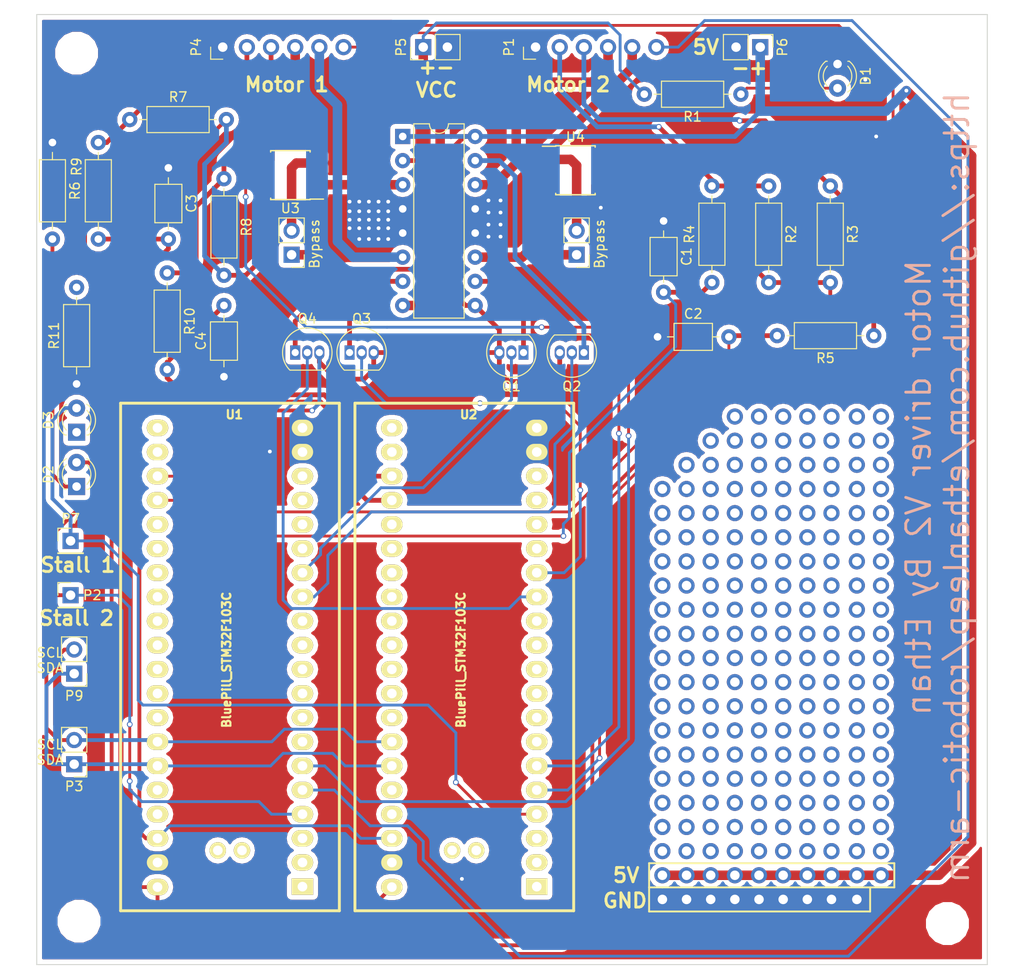
<source format=kicad_pcb>
(kicad_pcb (version 4) (host pcbnew 4.0.2-stable)
  (layers (0 F.Cu signal) (31 B.Cu signal) (34 B.Paste user) (35 F.Paste user) (36 B.SilkS user) (37 F.SilkS user) (38 B.Mask user) (39 F.Mask user) (44 Edge.Cuts user))
  (net 0 "")
  (net 1 GND)
  (net 2 Rotary_Encoder_2B)
  (net 3 Rotary_Encoder_2A)
  (net 4 Rotary_Encoder_1B)
  (net 5 Rotary_Encoder_1A)
  (net 6 "Net-(D1-Pad2)")
  (net 7 "Net-(D2-Pad1)")
  (net 8 Stall_2)
  (net 9 "Net-(D3-Pad1)")
  (net 10 Stall_1)
  (net 11 5V)
  (net 12 M1:C1)
  (net 13 M2:C2)
  (net 14 M1:O1)
  (net 15 M2:O2)
  (net 16 M1:2)
  (net 17 M2:1)
  (net 18 M1:C2)
  (net 19 M2:C1)
  (net 20 VCC)
  (net 21 A2:1)
  (net 22 A2:2)
  (net 23 M2:2)
  (net 24 Limit2)
  (net 25 SDA)
  (net 26 SCL)
  (net 27 A1:1)
  (net 28 A1:2)
  (net 29 M1:1)
  (net 30 Limit1)
  (net 31 "Net-(Q1-Pad2)")
  (net 32 "Net-(Q2-Pad2)")
  (net 33 "Net-(Q3-Pad2)")
  (net 34 "Net-(Q4-Pad2)")
  (net 35 3.3v)
  (net 36 "Net-(U1-Pad1)")
  (net 37 "Net-(U1-Pad2)")
  (net 38 "Net-(U1-Pad3)")
  (net 39 M2:Current)
  (net 40 "Net-(U1-Pad7)")
  (net 41 "Net-(U1-Pad8)")
  (net 42 "Net-(U1-Pad9)")
  (net 43 "Net-(U1-Pad10)")
  (net 44 "Net-(U1-Pad11)")
  (net 45 "Net-(U1-Pad12)")
  (net 46 "Net-(U1-Pad15)")
  (net 47 "Net-(U1-Pad16)")
  (net 48 "Net-(U1-Pad17)")
  (net 49 "Net-(U1-Pad18)")
  (net 50 "Net-(U1-Pad21)")
  (net 51 "Net-(U1-Pad22)")
  (net 52 "Net-(U1-Pad25)")
  (net 53 "Net-(U1-Pad26)")
  (net 54 "Net-(U1-Pad27)")
  (net 55 "Net-(U1-Pad28)")
  (net 56 "Net-(U1-Pad29)")
  (net 57 "Net-(U1-Pad30)")
  (net 58 "Net-(U1-Pad31)")
  (net 59 "Net-(U1-Pad32)")
  (net 60 "Net-(U1-Pad33)")
  (net 61 "Net-(U1-Pad36)")
  (net 62 "Net-(U1-Pad37)")
  (net 63 "Net-(U1-Pad41)")
  (net 64 "Net-(U1-Pad42)")
  (net 65 "Net-(U2-Pad1)")
  (net 66 "Net-(U2-Pad2)")
  (net 67 "Net-(U2-Pad3)")
  (net 68 M1:Current)
  (net 69 "Net-(U2-Pad7)")
  (net 70 "Net-(U2-Pad8)")
  (net 71 "Net-(U2-Pad9)")
  (net 72 "Net-(U2-Pad10)")
  (net 73 "Net-(U2-Pad11)")
  (net 74 "Net-(U2-Pad12)")
  (net 75 "Net-(U2-Pad15)")
  (net 76 "Net-(U2-Pad16)")
  (net 77 "Net-(U2-Pad17)")
  (net 78 "Net-(U2-Pad18)")
  (net 79 "Net-(U2-Pad21)")
  (net 80 "Net-(U2-Pad22)")
  (net 81 "Net-(U2-Pad25)")
  (net 82 "Net-(U2-Pad26)")
  (net 83 "Net-(U2-Pad27)")
  (net 84 "Net-(U2-Pad28)")
  (net 85 "Net-(U2-Pad29)")
  (net 86 "Net-(U2-Pad30)")
  (net 87 "Net-(U2-Pad31)")
  (net 88 "Net-(U2-Pad32)")
  (net 89 "Net-(U2-Pad33)")
  (net 90 "Net-(U2-Pad36)")
  (net 91 "Net-(U2-Pad37)")
  (net 92 "Net-(U2-Pad41)")
  (net 93 "Net-(U2-Pad42)")
  (net 94 "Net-(U3-Pad6)")
  (net 95 "Net-(U4-Pad6)")
  (module Connector_PinHeader_2.54mm:PinHeader_1x02_P2.54mm_Vertical (layer F.Cu) (at 108.966 63.246 180)
    (fp_text reference Bypass (at -2.413 1.143 270) (layer F.SilkS))
    (fp_text value PinHeader_1x02_P2.54mm_Vertical)
    (pad 1 thru_hole rect (at 0 0 180) (size 1.7 1.7) (drill 1) (layers *.Cu *.Mask) (net 14 M1:O1))
    (pad 2 thru_hole oval (at 0 2.54 180) (size 1.7 1.7) (drill 1) (layers *.Cu *.Mask) (net 29 M1:1))
  )
  (module Connector_PinHeader_2.54mm:PinHeader_1x06_P2.54mm_Horizontal (layer F.Cu) (at 134.62 41.402 90)
    (fp_text reference P1 (at 0 -2.794 270) (layer F.SilkS))
    (fp_text value CONN_01X06)
    (pad 1 thru_hole rect (at 0 0 90) (size 1.7 1.7) (drill 1) (layers *.Cu *.Mask) (net 1 GND))
    (pad 2 thru_hole oval (at 0 2.54 90) (size 1.7 1.7) (drill 1) (layers *.Cu *.Mask) (net 21 A2:1))
    (pad 3 thru_hole oval (at 0 5.08 90) (size 1.7 1.7) (drill 1) (layers *.Cu *.Mask) (net 22 A2:2))
    (pad 4 thru_hole oval (at 0 7.62 90) (size 1.7 1.7) (drill 1) (layers *.Cu *.Mask) (net 17 M2:1))
    (pad 5 thru_hole oval (at 0 10.16 90) (size 1.7 1.7) (drill 1) (layers *.Cu *.Mask) (net 23 M2:2))
    (pad 6 thru_hole oval (at 0 12.7 90) (size 1.7 1.7) (drill 1) (layers *.Cu *.Mask) (net 24 Limit2))
  )
  (module Pin_Headers:Pin_Header_Straight_2x21_Pitch2.54mm (layer F.Cu) (at 147.955 80.264)
    (fp_text reference REF** hide)
    (fp_text value Pin_Header_Straight_2x21_Pitch2.54mm hide)
    (pad 6 thru_hole oval (at 2.54 5.08) (size 1.7 1.7) (drill 1) (layers *.Cu *.Mask))
    (pad 7 thru_hole oval (at 0 7.62) (size 1.7 1.7) (drill 1) (layers *.Cu *.Mask))
    (pad 8 thru_hole oval (at 2.54 7.62) (size 1.7 1.7) (drill 1) (layers *.Cu *.Mask))
    (pad 9 thru_hole oval (at 0 10.16) (size 1.7 1.7) (drill 1) (layers *.Cu *.Mask))
    (pad 10 thru_hole oval (at 2.54 10.16) (size 1.7 1.7) (drill 1) (layers *.Cu *.Mask))
    (pad 11 thru_hole oval (at 0 12.7) (size 1.7 1.7) (drill 1) (layers *.Cu *.Mask))
    (pad 12 thru_hole oval (at 2.54 12.7) (size 1.7 1.7) (drill 1) (layers *.Cu *.Mask))
    (pad 13 thru_hole oval (at 0 15.24) (size 1.7 1.7) (drill 1) (layers *.Cu *.Mask))
    (pad 14 thru_hole oval (at 2.54 15.24) (size 1.7 1.7) (drill 1) (layers *.Cu *.Mask))
    (pad 15 thru_hole oval (at 0 17.78) (size 1.7 1.7) (drill 1) (layers *.Cu *.Mask))
    (pad 16 thru_hole oval (at 2.54 17.78) (size 1.7 1.7) (drill 1) (layers *.Cu *.Mask))
    (pad 17 thru_hole oval (at 0 20.32) (size 1.7 1.7) (drill 1) (layers *.Cu *.Mask))
    (pad 18 thru_hole oval (at 2.54 20.32) (size 1.7 1.7) (drill 1) (layers *.Cu *.Mask))
    (pad 19 thru_hole oval (at 0 22.86) (size 1.7 1.7) (drill 1) (layers *.Cu *.Mask))
    (pad 20 thru_hole oval (at 2.54 22.86) (size 1.7 1.7) (drill 1) (layers *.Cu *.Mask))
    (pad 21 thru_hole oval (at 0 25.4) (size 1.7 1.7) (drill 1) (layers *.Cu *.Mask))
    (pad 22 thru_hole oval (at 2.54 25.4) (size 1.7 1.7) (drill 1) (layers *.Cu *.Mask))
    (pad 23 thru_hole oval (at 0 27.94) (size 1.7 1.7) (drill 1) (layers *.Cu *.Mask))
    (pad 24 thru_hole oval (at 2.54 27.94) (size 1.7 1.7) (drill 1) (layers *.Cu *.Mask))
    (pad 25 thru_hole oval (at 0 30.48) (size 1.7 1.7) (drill 1) (layers *.Cu *.Mask))
    (pad 26 thru_hole oval (at 2.54 30.48) (size 1.7 1.7) (drill 1) (layers *.Cu *.Mask))
    (pad 27 thru_hole oval (at 0 33.02) (size 1.7 1.7) (drill 1) (layers *.Cu *.Mask))
    (pad 28 thru_hole oval (at 2.54 33.02) (size 1.7 1.7) (drill 1) (layers *.Cu *.Mask))
    (pad 29 thru_hole oval (at 0 35.56) (size 1.7 1.7) (drill 1) (layers *.Cu *.Mask))
    (pad 30 thru_hole oval (at 2.54 35.56) (size 1.7 1.7) (drill 1) (layers *.Cu *.Mask))
    (pad 31 thru_hole oval (at 0 38.1) (size 1.7 1.7) (drill 1) (layers *.Cu *.Mask))
    (pad 32 thru_hole oval (at 2.54 38.1) (size 1.7 1.7) (drill 1) (layers *.Cu *.Mask))
    (pad 33 thru_hole oval (at 0 40.64) (size 1.7 1.7) (drill 1) (layers *.Cu *.Mask))
    (pad 34 thru_hole oval (at 2.54 40.64) (size 1.7 1.7) (drill 1) (layers *.Cu *.Mask))
    (pad 35 thru_hole oval (at 0 43.18) (size 1.7 1.7) (drill 1) (layers *.Cu *.Mask))
    (pad 36 thru_hole oval (at 2.54 43.18) (size 1.7 1.7) (drill 1) (layers *.Cu *.Mask))
    (pad 37 thru_hole oval (at 0 45.72) (size 1.7 1.7) (drill 1) (layers *.Cu *.Mask))
    (pad 38 thru_hole oval (at 2.54 45.72) (size 1.7 1.7) (drill 1) (layers *.Cu *.Mask))
    (pad 39 thru_hole oval (at 0 48.26) (size 1.7 1.7) (drill 1) (layers *.Cu *.Mask) (net 11 5V))
    (pad 40 thru_hole oval (at 2.54 48.26) (size 1.7 1.7) (drill 1) (layers *.Cu *.Mask) (net 11 5V))
    (pad 41 thru_hole oval (at 0 50.8) (size 1.7 1.7) (drill 1) (layers *.Cu *.Mask) (net 1 GND))
    (pad 42 thru_hole oval (at 2.54 50.8) (size 1.7 1.7) (drill 1) (layers *.Cu *.Mask) (net 1 GND))
  )
  (module Pin_Headers:Pin_Header_Straight_2x21_Pitch2.54mm (layer F.Cu) (at 168.402 80.264)
    (fp_text reference REF** hide)
    (fp_text value Pin_Header_Straight_2x21_Pitch2.54mm hide)
    (pad 1 thru_hole circle (at 0 0) (size 1.7 1.7) (drill 1) (layers *.Cu *.Mask))
    (pad 2 thru_hole oval (at 2.54 0) (size 1.7 1.7) (drill 1) (layers *.Cu *.Mask))
    (pad 3 thru_hole oval (at 0 2.54) (size 1.7 1.7) (drill 1) (layers *.Cu *.Mask))
    (pad 4 thru_hole oval (at 2.54 2.54) (size 1.7 1.7) (drill 1) (layers *.Cu *.Mask))
    (pad 5 thru_hole oval (at 0 5.08) (size 1.7 1.7) (drill 1) (layers *.Cu *.Mask))
    (pad 6 thru_hole oval (at 2.54 5.08) (size 1.7 1.7) (drill 1) (layers *.Cu *.Mask))
    (pad 7 thru_hole oval (at 0 7.62) (size 1.7 1.7) (drill 1) (layers *.Cu *.Mask))
    (pad 8 thru_hole oval (at 2.54 7.62) (size 1.7 1.7) (drill 1) (layers *.Cu *.Mask))
    (pad 9 thru_hole oval (at 0 10.16) (size 1.7 1.7) (drill 1) (layers *.Cu *.Mask))
    (pad 10 thru_hole oval (at 2.54 10.16) (size 1.7 1.7) (drill 1) (layers *.Cu *.Mask))
    (pad 11 thru_hole oval (at 0 12.7) (size 1.7 1.7) (drill 1) (layers *.Cu *.Mask))
    (pad 12 thru_hole oval (at 2.54 12.7) (size 1.7 1.7) (drill 1) (layers *.Cu *.Mask))
    (pad 13 thru_hole oval (at 0 15.24) (size 1.7 1.7) (drill 1) (layers *.Cu *.Mask))
    (pad 14 thru_hole oval (at 2.54 15.24) (size 1.7 1.7) (drill 1) (layers *.Cu *.Mask))
    (pad 15 thru_hole oval (at 0 17.78) (size 1.7 1.7) (drill 1) (layers *.Cu *.Mask))
    (pad 16 thru_hole oval (at 2.54 17.78) (size 1.7 1.7) (drill 1) (layers *.Cu *.Mask))
    (pad 17 thru_hole oval (at 0 20.32) (size 1.7 1.7) (drill 1) (layers *.Cu *.Mask))
    (pad 18 thru_hole oval (at 2.54 20.32) (size 1.7 1.7) (drill 1) (layers *.Cu *.Mask))
    (pad 19 thru_hole oval (at 0 22.86) (size 1.7 1.7) (drill 1) (layers *.Cu *.Mask))
    (pad 20 thru_hole oval (at 2.54 22.86) (size 1.7 1.7) (drill 1) (layers *.Cu *.Mask))
    (pad 21 thru_hole oval (at 0 25.4) (size 1.7 1.7) (drill 1) (layers *.Cu *.Mask))
    (pad 22 thru_hole oval (at 2.54 25.4) (size 1.7 1.7) (drill 1) (layers *.Cu *.Mask))
    (pad 23 thru_hole oval (at 0 27.94) (size 1.7 1.7) (drill 1) (layers *.Cu *.Mask))
    (pad 24 thru_hole oval (at 2.54 27.94) (size 1.7 1.7) (drill 1) (layers *.Cu *.Mask))
    (pad 25 thru_hole oval (at 0 30.48) (size 1.7 1.7) (drill 1) (layers *.Cu *.Mask))
    (pad 26 thru_hole oval (at 2.54 30.48) (size 1.7 1.7) (drill 1) (layers *.Cu *.Mask))
    (pad 27 thru_hole oval (at 0 33.02) (size 1.7 1.7) (drill 1) (layers *.Cu *.Mask))
    (pad 28 thru_hole oval (at 2.54 33.02) (size 1.7 1.7) (drill 1) (layers *.Cu *.Mask))
    (pad 29 thru_hole oval (at 0 35.56) (size 1.7 1.7) (drill 1) (layers *.Cu *.Mask))
    (pad 30 thru_hole oval (at 2.54 35.56) (size 1.7 1.7) (drill 1) (layers *.Cu *.Mask))
    (pad 31 thru_hole oval (at 0 38.1) (size 1.7 1.7) (drill 1) (layers *.Cu *.Mask))
    (pad 32 thru_hole oval (at 2.54 38.1) (size 1.7 1.7) (drill 1) (layers *.Cu *.Mask))
    (pad 33 thru_hole oval (at 0 40.64) (size 1.7 1.7) (drill 1) (layers *.Cu *.Mask))
    (pad 34 thru_hole oval (at 2.54 40.64) (size 1.7 1.7) (drill 1) (layers *.Cu *.Mask))
    (pad 35 thru_hole oval (at 0 43.18) (size 1.7 1.7) (drill 1) (layers *.Cu *.Mask))
    (pad 36 thru_hole oval (at 2.54 43.18) (size 1.7 1.7) (drill 1) (layers *.Cu *.Mask))
    (pad 37 thru_hole oval (at 0 45.72) (size 1.7 1.7) (drill 1) (layers *.Cu *.Mask))
    (pad 38 thru_hole oval (at 2.54 45.72) (size 1.7 1.7) (drill 1) (layers *.Cu *.Mask))
    (pad 39 thru_hole oval (at 0 48.26) (size 1.7 1.7) (drill 1) (layers *.Cu *.Mask) (net 11 5V))
    (pad 40 thru_hole oval (at 2.54 48.26) (size 1.7 1.7) (drill 1) (layers *.Cu *.Mask) (net 11 5V))
    (pad 41 thru_hole oval (at 0 50.8) (size 1.7 1.7) (drill 1) (layers *.Cu *.Mask) (net 1 GND))
  )
  (module Pin_Headers:Pin_Header_Straight_2x21_Pitch2.54mm (layer F.Cu) (at 153.035 80.264)
    (fp_text reference REF** hide)
    (fp_text value Pin_Header_Straight_2x21_Pitch2.54mm hide)
    (pad 2 thru_hole oval (at 2.54 0) (size 1.7 1.7) (drill 1) (layers *.Cu *.Mask))
    (pad 3 thru_hole oval (at 0 2.54) (size 1.7 1.7) (drill 1) (layers *.Cu *.Mask))
    (pad 4 thru_hole oval (at 2.54 2.54) (size 1.7 1.7) (drill 1) (layers *.Cu *.Mask))
    (pad 5 thru_hole oval (at 0 5.08) (size 1.7 1.7) (drill 1) (layers *.Cu *.Mask))
    (pad 6 thru_hole oval (at 2.54 5.08) (size 1.7 1.7) (drill 1) (layers *.Cu *.Mask))
    (pad 7 thru_hole oval (at 0 7.62) (size 1.7 1.7) (drill 1) (layers *.Cu *.Mask))
    (pad 8 thru_hole oval (at 2.54 7.62) (size 1.7 1.7) (drill 1) (layers *.Cu *.Mask))
    (pad 9 thru_hole oval (at 0 10.16) (size 1.7 1.7) (drill 1) (layers *.Cu *.Mask))
    (pad 10 thru_hole oval (at 2.54 10.16) (size 1.7 1.7) (drill 1) (layers *.Cu *.Mask))
    (pad 11 thru_hole oval (at 0 12.7) (size 1.7 1.7) (drill 1) (layers *.Cu *.Mask))
    (pad 12 thru_hole oval (at 2.54 12.7) (size 1.7 1.7) (drill 1) (layers *.Cu *.Mask))
    (pad 13 thru_hole oval (at 0 15.24) (size 1.7 1.7) (drill 1) (layers *.Cu *.Mask))
    (pad 14 thru_hole oval (at 2.54 15.24) (size 1.7 1.7) (drill 1) (layers *.Cu *.Mask))
    (pad 15 thru_hole oval (at 0 17.78) (size 1.7 1.7) (drill 1) (layers *.Cu *.Mask))
    (pad 16 thru_hole oval (at 2.54 17.78) (size 1.7 1.7) (drill 1) (layers *.Cu *.Mask))
    (pad 17 thru_hole oval (at 0 20.32) (size 1.7 1.7) (drill 1) (layers *.Cu *.Mask))
    (pad 18 thru_hole oval (at 2.54 20.32) (size 1.7 1.7) (drill 1) (layers *.Cu *.Mask))
    (pad 19 thru_hole oval (at 0 22.86) (size 1.7 1.7) (drill 1) (layers *.Cu *.Mask))
    (pad 20 thru_hole oval (at 2.54 22.86) (size 1.7 1.7) (drill 1) (layers *.Cu *.Mask))
    (pad 21 thru_hole oval (at 0 25.4) (size 1.7 1.7) (drill 1) (layers *.Cu *.Mask))
    (pad 22 thru_hole oval (at 2.54 25.4) (size 1.7 1.7) (drill 1) (layers *.Cu *.Mask))
    (pad 23 thru_hole oval (at 0 27.94) (size 1.7 1.7) (drill 1) (layers *.Cu *.Mask))
    (pad 24 thru_hole oval (at 2.54 27.94) (size 1.7 1.7) (drill 1) (layers *.Cu *.Mask))
    (pad 25 thru_hole oval (at 0 30.48) (size 1.7 1.7) (drill 1) (layers *.Cu *.Mask))
    (pad 26 thru_hole oval (at 2.54 30.48) (size 1.7 1.7) (drill 1) (layers *.Cu *.Mask))
    (pad 27 thru_hole oval (at 0 33.02) (size 1.7 1.7) (drill 1) (layers *.Cu *.Mask))
    (pad 28 thru_hole oval (at 2.54 33.02) (size 1.7 1.7) (drill 1) (layers *.Cu *.Mask))
    (pad 29 thru_hole oval (at 0 35.56) (size 1.7 1.7) (drill 1) (layers *.Cu *.Mask))
    (pad 30 thru_hole oval (at 2.54 35.56) (size 1.7 1.7) (drill 1) (layers *.Cu *.Mask))
    (pad 31 thru_hole oval (at 0 38.1) (size 1.7 1.7) (drill 1) (layers *.Cu *.Mask))
    (pad 32 thru_hole oval (at 2.54 38.1) (size 1.7 1.7) (drill 1) (layers *.Cu *.Mask))
    (pad 33 thru_hole oval (at 0 40.64) (size 1.7 1.7) (drill 1) (layers *.Cu *.Mask))
    (pad 34 thru_hole oval (at 2.54 40.64) (size 1.7 1.7) (drill 1) (layers *.Cu *.Mask))
    (pad 35 thru_hole oval (at 0 43.18) (size 1.7 1.7) (drill 1) (layers *.Cu *.Mask))
    (pad 36 thru_hole oval (at 2.54 43.18) (size 1.7 1.7) (drill 1) (layers *.Cu *.Mask))
    (pad 37 thru_hole oval (at 0 45.72) (size 1.7 1.7) (drill 1) (layers *.Cu *.Mask))
    (pad 38 thru_hole oval (at 2.54 45.72) (size 1.7 1.7) (drill 1) (layers *.Cu *.Mask))
    (pad 39 thru_hole oval (at 0 48.26) (size 1.7 1.7) (drill 1) (layers *.Cu *.Mask) (net 11 5V))
    (pad 40 thru_hole oval (at 2.54 48.26) (size 1.7 1.7) (drill 1) (layers *.Cu *.Mask) (net 11 5V))
    (pad 41 thru_hole oval (at 0 50.8) (size 1.7 1.7) (drill 1) (layers *.Cu *.Mask) (net 1 GND))
    (pad 42 thru_hole oval (at 2.54 50.8) (size 1.7 1.7) (drill 1) (layers *.Cu *.Mask) (net 1 GND))
  )
  (module Pin_Headers:Pin_Header_Straight_2x21_Pitch2.54mm (layer F.Cu) (at 163.195 80.264)
    (fp_text reference REF** hide)
    (fp_text value Pin_Header_Straight_2x21_Pitch2.54mm hide)
    (pad 1 thru_hole circle (at 0 0) (size 1.7 1.7) (drill 1) (layers *.Cu *.Mask))
    (pad 2 thru_hole oval (at 2.54 0) (size 1.7 1.7) (drill 1) (layers *.Cu *.Mask))
    (pad 3 thru_hole oval (at 0 2.54) (size 1.7 1.7) (drill 1) (layers *.Cu *.Mask))
    (pad 4 thru_hole oval (at 2.54 2.54) (size 1.7 1.7) (drill 1) (layers *.Cu *.Mask))
    (pad 5 thru_hole oval (at 0 5.08) (size 1.7 1.7) (drill 1) (layers *.Cu *.Mask))
    (pad 6 thru_hole oval (at 2.54 5.08) (size 1.7 1.7) (drill 1) (layers *.Cu *.Mask))
    (pad 7 thru_hole oval (at 0 7.62) (size 1.7 1.7) (drill 1) (layers *.Cu *.Mask))
    (pad 8 thru_hole oval (at 2.54 7.62) (size 1.7 1.7) (drill 1) (layers *.Cu *.Mask))
    (pad 9 thru_hole oval (at 0 10.16) (size 1.7 1.7) (drill 1) (layers *.Cu *.Mask))
    (pad 10 thru_hole oval (at 2.54 10.16) (size 1.7 1.7) (drill 1) (layers *.Cu *.Mask))
    (pad 11 thru_hole oval (at 0 12.7) (size 1.7 1.7) (drill 1) (layers *.Cu *.Mask))
    (pad 12 thru_hole oval (at 2.54 12.7) (size 1.7 1.7) (drill 1) (layers *.Cu *.Mask))
    (pad 13 thru_hole oval (at 0 15.24) (size 1.7 1.7) (drill 1) (layers *.Cu *.Mask))
    (pad 14 thru_hole oval (at 2.54 15.24) (size 1.7 1.7) (drill 1) (layers *.Cu *.Mask))
    (pad 15 thru_hole oval (at 0 17.78) (size 1.7 1.7) (drill 1) (layers *.Cu *.Mask))
    (pad 16 thru_hole oval (at 2.54 17.78) (size 1.7 1.7) (drill 1) (layers *.Cu *.Mask))
    (pad 17 thru_hole oval (at 0 20.32) (size 1.7 1.7) (drill 1) (layers *.Cu *.Mask))
    (pad 18 thru_hole oval (at 2.54 20.32) (size 1.7 1.7) (drill 1) (layers *.Cu *.Mask))
    (pad 19 thru_hole oval (at 0 22.86) (size 1.7 1.7) (drill 1) (layers *.Cu *.Mask))
    (pad 20 thru_hole oval (at 2.54 22.86) (size 1.7 1.7) (drill 1) (layers *.Cu *.Mask))
    (pad 21 thru_hole oval (at 0 25.4) (size 1.7 1.7) (drill 1) (layers *.Cu *.Mask))
    (pad 22 thru_hole oval (at 2.54 25.4) (size 1.7 1.7) (drill 1) (layers *.Cu *.Mask))
    (pad 23 thru_hole oval (at 0 27.94) (size 1.7 1.7) (drill 1) (layers *.Cu *.Mask))
    (pad 24 thru_hole oval (at 2.54 27.94) (size 1.7 1.7) (drill 1) (layers *.Cu *.Mask))
    (pad 25 thru_hole oval (at 0 30.48) (size 1.7 1.7) (drill 1) (layers *.Cu *.Mask))
    (pad 26 thru_hole oval (at 2.54 30.48) (size 1.7 1.7) (drill 1) (layers *.Cu *.Mask))
    (pad 27 thru_hole oval (at 0 33.02) (size 1.7 1.7) (drill 1) (layers *.Cu *.Mask))
    (pad 28 thru_hole oval (at 2.54 33.02) (size 1.7 1.7) (drill 1) (layers *.Cu *.Mask))
    (pad 29 thru_hole oval (at 0 35.56) (size 1.7 1.7) (drill 1) (layers *.Cu *.Mask))
    (pad 30 thru_hole oval (at 2.54 35.56) (size 1.7 1.7) (drill 1) (layers *.Cu *.Mask))
    (pad 31 thru_hole oval (at 0 38.1) (size 1.7 1.7) (drill 1) (layers *.Cu *.Mask))
    (pad 32 thru_hole oval (at 2.54 38.1) (size 1.7 1.7) (drill 1) (layers *.Cu *.Mask))
    (pad 33 thru_hole oval (at 0 40.64) (size 1.7 1.7) (drill 1) (layers *.Cu *.Mask))
    (pad 34 thru_hole oval (at 2.54 40.64) (size 1.7 1.7) (drill 1) (layers *.Cu *.Mask))
    (pad 35 thru_hole oval (at 0 43.18) (size 1.7 1.7) (drill 1) (layers *.Cu *.Mask))
    (pad 36 thru_hole oval (at 2.54 43.18) (size 1.7 1.7) (drill 1) (layers *.Cu *.Mask))
    (pad 37 thru_hole oval (at 0 45.72) (size 1.7 1.7) (drill 1) (layers *.Cu *.Mask))
    (pad 38 thru_hole oval (at 2.54 45.72) (size 1.7 1.7) (drill 1) (layers *.Cu *.Mask))
    (pad 39 thru_hole oval (at 0 48.26) (size 1.7 1.7) (drill 1) (layers *.Cu *.Mask) (net 11 5V))
    (pad 40 thru_hole oval (at 2.54 48.26) (size 1.7 1.7) (drill 1) (layers *.Cu *.Mask) (net 11 5V))
    (pad 41 thru_hole oval (at 0 50.8) (size 1.7 1.7) (drill 1) (layers *.Cu *.Mask) (net 1 GND))
    (pad 42 thru_hole oval (at 2.54 50.8) (size 1.7 1.7) (drill 1) (layers *.Cu *.Mask) (net 1 GND))
  )
  (module Pin_Headers:Pin_Header_Straight_2x21_Pitch2.54mm (layer F.Cu) (at 158.115 80.264)
    (fp_text reference REF** hide)
    (fp_text value Pin_Header_Straight_2x21_Pitch2.54mm hide)
    (pad 1 thru_hole circle (at 0 0) (size 1.7 1.7) (drill 1) (layers *.Cu *.Mask))
    (pad 2 thru_hole oval (at 2.54 0) (size 1.7 1.7) (drill 1) (layers *.Cu *.Mask))
    (pad 3 thru_hole oval (at 0 2.54) (size 1.7 1.7) (drill 1) (layers *.Cu *.Mask))
    (pad 4 thru_hole oval (at 2.54 2.54) (size 1.7 1.7) (drill 1) (layers *.Cu *.Mask))
    (pad 5 thru_hole oval (at 0 5.08) (size 1.7 1.7) (drill 1) (layers *.Cu *.Mask))
    (pad 6 thru_hole oval (at 2.54 5.08) (size 1.7 1.7) (drill 1) (layers *.Cu *.Mask))
    (pad 7 thru_hole oval (at 0 7.62) (size 1.7 1.7) (drill 1) (layers *.Cu *.Mask))
    (pad 8 thru_hole oval (at 2.54 7.62) (size 1.7 1.7) (drill 1) (layers *.Cu *.Mask))
    (pad 9 thru_hole oval (at 0 10.16) (size 1.7 1.7) (drill 1) (layers *.Cu *.Mask))
    (pad 10 thru_hole oval (at 2.54 10.16) (size 1.7 1.7) (drill 1) (layers *.Cu *.Mask))
    (pad 11 thru_hole oval (at 0 12.7) (size 1.7 1.7) (drill 1) (layers *.Cu *.Mask))
    (pad 12 thru_hole oval (at 2.54 12.7) (size 1.7 1.7) (drill 1) (layers *.Cu *.Mask))
    (pad 13 thru_hole oval (at 0 15.24) (size 1.7 1.7) (drill 1) (layers *.Cu *.Mask))
    (pad 14 thru_hole oval (at 2.54 15.24) (size 1.7 1.7) (drill 1) (layers *.Cu *.Mask))
    (pad 15 thru_hole oval (at 0 17.78) (size 1.7 1.7) (drill 1) (layers *.Cu *.Mask))
    (pad 16 thru_hole oval (at 2.54 17.78) (size 1.7 1.7) (drill 1) (layers *.Cu *.Mask))
    (pad 17 thru_hole oval (at 0 20.32) (size 1.7 1.7) (drill 1) (layers *.Cu *.Mask))
    (pad 18 thru_hole oval (at 2.54 20.32) (size 1.7 1.7) (drill 1) (layers *.Cu *.Mask))
    (pad 19 thru_hole oval (at 0 22.86) (size 1.7 1.7) (drill 1) (layers *.Cu *.Mask))
    (pad 20 thru_hole oval (at 2.54 22.86) (size 1.7 1.7) (drill 1) (layers *.Cu *.Mask))
    (pad 21 thru_hole oval (at 0 25.4) (size 1.7 1.7) (drill 1) (layers *.Cu *.Mask))
    (pad 22 thru_hole oval (at 2.54 25.4) (size 1.7 1.7) (drill 1) (layers *.Cu *.Mask))
    (pad 23 thru_hole oval (at 0 27.94) (size 1.7 1.7) (drill 1) (layers *.Cu *.Mask))
    (pad 24 thru_hole oval (at 2.54 27.94) (size 1.7 1.7) (drill 1) (layers *.Cu *.Mask))
    (pad 25 thru_hole oval (at 0 30.48) (size 1.7 1.7) (drill 1) (layers *.Cu *.Mask))
    (pad 26 thru_hole oval (at 2.54 30.48) (size 1.7 1.7) (drill 1) (layers *.Cu *.Mask))
    (pad 27 thru_hole oval (at 0 33.02) (size 1.7 1.7) (drill 1) (layers *.Cu *.Mask))
    (pad 28 thru_hole oval (at 2.54 33.02) (size 1.7 1.7) (drill 1) (layers *.Cu *.Mask))
    (pad 29 thru_hole oval (at 0 35.56) (size 1.7 1.7) (drill 1) (layers *.Cu *.Mask))
    (pad 30 thru_hole oval (at 2.54 35.56) (size 1.7 1.7) (drill 1) (layers *.Cu *.Mask))
    (pad 31 thru_hole oval (at 0 38.1) (size 1.7 1.7) (drill 1) (layers *.Cu *.Mask))
    (pad 32 thru_hole oval (at 2.54 38.1) (size 1.7 1.7) (drill 1) (layers *.Cu *.Mask))
    (pad 33 thru_hole oval (at 0 40.64) (size 1.7 1.7) (drill 1) (layers *.Cu *.Mask))
    (pad 34 thru_hole oval (at 2.54 40.64) (size 1.7 1.7) (drill 1) (layers *.Cu *.Mask))
    (pad 35 thru_hole oval (at 0 43.18) (size 1.7 1.7) (drill 1) (layers *.Cu *.Mask))
    (pad 36 thru_hole oval (at 2.54 43.18) (size 1.7 1.7) (drill 1) (layers *.Cu *.Mask))
    (pad 37 thru_hole oval (at 0 45.72) (size 1.7 1.7) (drill 1) (layers *.Cu *.Mask))
    (pad 38 thru_hole oval (at 2.54 45.72) (size 1.7 1.7) (drill 1) (layers *.Cu *.Mask))
    (pad 39 thru_hole oval (at 0 48.26) (size 1.7 1.7) (drill 1) (layers *.Cu *.Mask) (net 11 5V))
    (pad 40 thru_hole oval (at 2.54 48.26) (size 1.7 1.7) (drill 1) (layers *.Cu *.Mask) (net 11 5V))
    (pad 41 thru_hole oval (at 0 50.8) (size 1.7 1.7) (drill 1) (layers *.Cu *.Mask) (net 1 GND))
    (pad 42 thru_hole oval (at 2.54 50.8) (size 1.7 1.7) (drill 1) (layers *.Cu *.Mask) (net 1 GND))
  )
  (module Connector_PinHeader_2.54mm:PinHeader_1x06_P2.54mm_Horizontal (layer F.Cu) (at 101.727 41.402 90)
    (fp_text reference P4 (at 0 -2.794 90) (layer F.SilkS))
    (fp_text value CONN_01X06)
    (pad 1 thru_hole rect (at 0 0 90) (size 1.7 1.7) (drill 1) (layers *.Cu *.Mask) (net 1 GND))
    (pad 2 thru_hole oval (at 0 2.54 90) (size 1.7 1.7) (drill 1) (layers *.Cu *.Mask) (net 27 A1:1))
    (pad 3 thru_hole oval (at 0 5.08 90) (size 1.7 1.7) (drill 1) (layers *.Cu *.Mask) (net 28 A1:2))
    (pad 4 thru_hole oval (at 0 7.62 90) (size 1.7 1.7) (drill 1) (layers *.Cu *.Mask) (net 29 M1:1))
    (pad 5 thru_hole oval (at 0 10.16 90) (size 1.7 1.7) (drill 1) (layers *.Cu *.Mask) (net 16 M1:2))
    (pad 6 thru_hole oval (at 0 12.7 90) (size 1.7 1.7) (drill 1) (layers *.Cu *.Mask) (net 30 Limit1))
  )
  (module MountingHole:MountingHole_3.5mm (layer F.Cu) (at 86.36 42.037)
    (fp_text reference REF** hide)
    (fp_text value MountingHole_3.5mm)
    (pad 1 np_thru_hole circle (at 0 0) (size 3.5 3.5) (drill 3.5) (layers *.Cu *.Mask))
  )
  (module MountingHole:MountingHole_3.5mm (layer F.Cu) (at 177.927 42.037)
    (fp_text reference REF** hide)
    (fp_text value MountingHole_3.5mm)
    (pad 1 np_thru_hole circle (at 0 0) (size 3.5 3.5) (drill 3.5) (layers *.Cu *.Mask))
  )
  (module MountingHole:MountingHole_3.5mm (layer F.Cu) (at 177.927 133.604)
    (fp_text reference REF** hide)
    (fp_text value MountingHole_3.5mm)
    (pad 1 np_thru_hole circle (at 0 0) (size 3.5 3.5) (drill 3.5) (layers *.Cu *.Mask))
  )
  (module Capacitor_THT:C_Axial_L3.8mm_D2.6mm_P7.50mm_Horizontal (layer F.Cu) (at 148.082 59.69 270)
    (fp_text reference C1 (at 3.75 -2.42 270) (layer F.SilkS))
    (fp_text value 0.01uF)
    (pad 1 thru_hole circle (at 0 0 270) (size 1.6 1.6) (drill 0.8) (layers *.Cu *.Mask) (net 1 GND))
    (pad 2 thru_hole oval (at 7.5 0 270) (size 1.6 1.6) (drill 0.8) (layers *.Cu *.Mask) (net 2 Rotary_Encoder_2B))
  )
  (module Capacitor_THT:C_Axial_L3.8mm_D2.6mm_P7.50mm_Horizontal (layer F.Cu) (at 147.447 71.882)
    (fp_text reference C2 (at 3.75 -2.42) (layer F.SilkS))
    (fp_text value 0.01uF)
    (pad 1 thru_hole circle (at 0 0) (size 1.6 1.6) (drill 0.8) (layers *.Cu *.Mask) (net 1 GND))
    (pad 2 thru_hole oval (at 7.5 0) (size 1.6 1.6) (drill 0.8) (layers *.Cu *.Mask) (net 3 Rotary_Encoder_2A))
  )
  (module Capacitor_THT:C_Axial_L3.8mm_D2.6mm_P7.50mm_Horizontal (layer F.Cu) (at 96.012 54.102 270)
    (fp_text reference C3 (at 3.75 -2.42 270) (layer F.SilkS))
    (fp_text value 0.01uF)
    (pad 1 thru_hole circle (at 0 0 270) (size 1.6 1.6) (drill 0.8) (layers *.Cu *.Mask) (net 1 GND))
    (pad 2 thru_hole oval (at 7.5 0 270) (size 1.6 1.6) (drill 0.8) (layers *.Cu *.Mask) (net 4 Rotary_Encoder_1B))
  )
  (module Capacitor_THT:C_Axial_L3.8mm_D2.6mm_P7.50mm_Horizontal (layer F.Cu) (at 101.854 76.073 90)
    (fp_text reference C4 (at 3.75 -2.42 90) (layer F.SilkS))
    (fp_text value 0.01uF)
    (pad 1 thru_hole circle (at 0 0 90) (size 1.6 1.6) (drill 0.8) (layers *.Cu *.Mask) (net 1 GND))
    (pad 2 thru_hole oval (at 7.5 0 90) (size 1.6 1.6) (drill 0.8) (layers *.Cu *.Mask) (net 5 Rotary_Encoder_1A))
  )
  (module LED_THT:LED_D3.0mm (layer F.Cu) (at 166.37 43.18 270)
    (fp_text reference D1 (at 1.27 -2.96 270) (layer F.SilkS))
    (fp_text value Led_Small)
    (pad 1 thru_hole rect (at 0 0 270) (size 1.8 1.8) (drill 0.9) (layers *.Cu *.Mask) (net 1 GND))
    (pad 2 thru_hole circle (at 2.54 0 270) (size 1.8 1.8) (drill 0.9) (layers *.Cu *.Mask) (net 6 "Net-(D1-Pad2)"))
  )
  (module LED_THT:LED_D3.0mm (layer F.Cu) (at 86.36 87.63 90)
    (fp_text reference D2 (at 1.27 -2.96 90) (layer F.SilkS))
    (fp_text value Led_Small)
    (pad 1 thru_hole rect (at 0 0 90) (size 1.8 1.8) (drill 0.9) (layers *.Cu *.Mask) (net 7 "Net-(D2-Pad1)"))
    (pad 2 thru_hole circle (at 2.54 0 90) (size 1.8 1.8) (drill 0.9) (layers *.Cu *.Mask) (net 8 Stall_2))
  )
  (module LED_THT:LED_D3.0mm (layer F.Cu) (at 86.36 81.915 90)
    (fp_text reference D3 (at 1.27 -2.96 90) (layer F.SilkS))
    (fp_text value Led_Small)
    (pad 1 thru_hole rect (at 0 0 90) (size 1.8 1.8) (drill 0.9) (layers *.Cu *.Mask) (net 9 "Net-(D3-Pad1)"))
    (pad 2 thru_hole circle (at 2.54 0 90) (size 1.8 1.8) (drill 0.9) (layers *.Cu *.Mask) (net 10 Stall_1))
  )
  (module Package_DIP:DIP-16_W7.62mm (layer F.Cu) (at 120.65 50.8)
    (fp_text reference Motor1 hide)
    (fp_text value L293D)
    (pad 1 thru_hole rect (at 0 0) (size 1.6 1.6) (drill 0.8) (layers *.Cu *.Mask) (net 11 5V))
    (pad 9 thru_hole oval (at 7.62 17.78) (size 1.6 1.6) (drill 0.8) (layers *.Cu *.Mask) (net 11 5V))
    (pad 2 thru_hole oval (at 0 2.54) (size 1.6 1.6) (drill 0.8) (layers *.Cu *.Mask) (net 12 M1:C1))
    (pad 10 thru_hole oval (at 7.62 15.24) (size 1.6 1.6) (drill 0.8) (layers *.Cu *.Mask) (net 13 M2:C2))
    (pad 3 thru_hole oval (at 0 5.08) (size 1.6 1.6) (drill 0.8) (layers *.Cu *.Mask) (net 14 M1:O1))
    (pad 11 thru_hole oval (at 7.62 12.7) (size 1.6 1.6) (drill 0.8) (layers *.Cu *.Mask) (net 15 M2:O2))
    (pad 4 thru_hole oval (at 0 7.62) (size 1.6 1.6) (drill 0.8) (layers *.Cu *.Mask) (net 1 GND))
    (pad 12 thru_hole oval (at 7.62 10.16) (size 1.6 1.6) (drill 0.8) (layers *.Cu *.Mask) (net 1 GND))
    (pad 5 thru_hole oval (at 0 10.16) (size 1.6 1.6) (drill 0.8) (layers *.Cu *.Mask) (net 1 GND))
    (pad 13 thru_hole oval (at 7.62 7.62) (size 1.6 1.6) (drill 0.8) (layers *.Cu *.Mask) (net 1 GND))
    (pad 6 thru_hole oval (at 0 12.7) (size 1.6 1.6) (drill 0.8) (layers *.Cu *.Mask) (net 16 M1:2))
    (pad 14 thru_hole oval (at 7.62 5.08) (size 1.6 1.6) (drill 0.8) (layers *.Cu *.Mask) (net 17 M2:1))
    (pad 7 thru_hole oval (at 0 15.24) (size 1.6 1.6) (drill 0.8) (layers *.Cu *.Mask) (net 18 M1:C2))
    (pad 15 thru_hole oval (at 7.62 2.54) (size 1.6 1.6) (drill 0.8) (layers *.Cu *.Mask) (net 19 M2:C1))
    (pad 8 thru_hole oval (at 0 17.78) (size 1.6 1.6) (drill 0.8) (layers *.Cu *.Mask) (net 20 VCC))
    (pad 16 thru_hole oval (at 7.62 0) (size 1.6 1.6) (drill 0.8) (layers *.Cu *.Mask) (net 11 5V))
  )
  (module Connector_PinHeader_2.54mm:PinHeader_1x01_P2.54mm_Vertical (layer F.Cu) (at 85.725 99.06)
    (fp_text reference P2 (at 2.286 0) (layer F.SilkS))
    (fp_text value CONN_01X01)
    (pad 1 thru_hole rect (at 0 0) (size 1.7 1.7) (drill 1) (layers *.Cu *.Mask) (net 8 Stall_2))
  )
  (module Connector_PinHeader_2.54mm:PinHeader_1x02_P2.54mm_Vertical (layer F.Cu) (at 86.106 116.84 180)
    (fp_text reference P3 (at 0 -2.33 180) (layer F.SilkS))
    (fp_text value CONN_01X02)
    (pad 1 thru_hole rect (at 0 0 180) (size 1.7 1.7) (drill 1) (layers *.Cu *.Mask) (net 25 SDA))
    (pad 2 thru_hole oval (at 0 2.54 180) (size 1.7 1.7) (drill 1) (layers *.Cu *.Mask) (net 26 SCL))
  )
  (module Connector_PinHeader_2.54mm:PinHeader_1x02_P2.54mm_Vertical (layer F.Cu) (at 122.809 41.402 90)
    (fp_text reference P5 (at 0 -2.33 90) (layer F.SilkS))
    (fp_text value CONN_01X02)
    (pad 1 thru_hole rect (at 0 0 90) (size 1.7 1.7) (drill 1) (layers *.Cu *.Mask) (net 20 VCC))
    (pad 2 thru_hole oval (at 0 2.54 90) (size 1.7 1.7) (drill 1) (layers *.Cu *.Mask) (net 1 GND))
  )
  (module Connector_PinHeader_2.54mm:PinHeader_1x02_P2.54mm_Vertical (layer F.Cu) (at 158.242 41.402 270)
    (fp_text reference P6 (at 0 -2.33 270) (layer F.SilkS))
    (fp_text value CONN_01X02)
    (pad 1 thru_hole rect (at 0 0 270) (size 1.7 1.7) (drill 1) (layers *.Cu *.Mask) (net 11 5V))
    (pad 2 thru_hole oval (at 0 2.54 270) (size 1.7 1.7) (drill 1) (layers *.Cu *.Mask) (net 1 GND))
  )
  (module Connector_PinHeader_2.54mm:PinHeader_1x01_P2.54mm_Vertical (layer F.Cu) (at 85.725 93.345)
    (fp_text reference P7 (at 0 -2.33) (layer F.SilkS))
    (fp_text value CONN_01X01)
    (pad 1 thru_hole rect (at 0 0) (size 1.7 1.7) (drill 1) (layers *.Cu *.Mask) (net 10 Stall_1))
  )
  (module Connector_PinHeader_2.54mm:PinHeader_1x02_P2.54mm_Vertical (layer F.Cu) (at 86.106 107.315 180)
    (fp_text reference P9 (at 0 -2.33 180) (layer F.SilkS))
    (fp_text value CONN_01X02)
    (pad 1 thru_hole rect (at 0 0 180) (size 1.7 1.7) (drill 1) (layers *.Cu *.Mask) (net 25 SDA))
    (pad 2 thru_hole oval (at 0 2.54 180) (size 1.7 1.7) (drill 1) (layers *.Cu *.Mask) (net 26 SCL))
  )
  (module Package_TO_SOT_THT:TO-92_Inline (layer F.Cu) (at 133.35 73.533 180)
    (fp_text reference Q1 (at 1.27 -3.56 180) (layer F.SilkS))
    (fp_text value PN2222A)
    (pad 2 thru_hole oval (at 1.27 0 180) (size 1.05 1.5) (drill 0.75) (layers *.Cu *.Mask) (net 31 "Net-(Q1-Pad2)"))
    (pad 3 thru_hole oval (at 2.54 0 180) (size 1.05 1.5) (drill 0.75) (layers *.Cu *.Mask) (net 11 5V))
    (pad 1 thru_hole rect (at 0 0 180) (size 1.05 1.5) (drill 0.75) (layers *.Cu *.Mask) (net 13 M2:C2))
  )
  (module Package_TO_SOT_THT:TO-92_Inline (layer F.Cu) (at 139.7 73.533 180)
    (fp_text reference Q2 (at 1.27 -3.56 180) (layer F.SilkS))
    (fp_text value PN2222A)
    (pad 2 thru_hole oval (at 1.27 0 180) (size 1.05 1.5) (drill 0.75) (layers *.Cu *.Mask) (net 32 "Net-(Q2-Pad2)"))
    (pad 3 thru_hole oval (at 2.54 0 180) (size 1.05 1.5) (drill 0.75) (layers *.Cu *.Mask) (net 11 5V))
    (pad 1 thru_hole rect (at 0 0 180) (size 1.05 1.5) (drill 0.75) (layers *.Cu *.Mask) (net 19 M2:C1))
  )
  (module Package_TO_SOT_THT:TO-92_Inline (layer F.Cu) (at 115.062 73.533)
    (fp_text reference Q3 (at 1.27 -3.56) (layer F.SilkS))
    (fp_text value PN2222A)
    (pad 2 thru_hole oval (at 1.27 0) (size 1.05 1.5) (drill 0.75) (layers *.Cu *.Mask) (net 33 "Net-(Q3-Pad2)"))
    (pad 3 thru_hole oval (at 2.54 0) (size 1.05 1.5) (drill 0.75) (layers *.Cu *.Mask) (net 11 5V))
    (pad 1 thru_hole rect (at 0 0) (size 1.05 1.5) (drill 0.75) (layers *.Cu *.Mask) (net 18 M1:C2))
  )
  (module Package_TO_SOT_THT:TO-92_Inline (layer F.Cu) (at 109.347 73.533)
    (fp_text reference Q4 (at 1.27 -3.56) (layer F.SilkS))
    (fp_text value PN2222A)
    (pad 2 thru_hole oval (at 1.27 0) (size 1.05 1.5) (drill 0.75) (layers *.Cu *.Mask) (net 34 "Net-(Q4-Pad2)"))
    (pad 3 thru_hole oval (at 2.54 0) (size 1.05 1.5) (drill 0.75) (layers *.Cu *.Mask) (net 11 5V))
    (pad 1 thru_hole rect (at 0 0) (size 1.05 1.5) (drill 0.75) (layers *.Cu *.Mask) (net 12 M1:C1))
  )
  (module Resistor_THT:R_Axial_DIN0207_L6.3mm_D2.5mm_P10.16mm_Horizontal (layer F.Cu) (at 156.21 46.355 180)
    (fp_text reference R1 (at 5.08 -2.37 180) (layer F.SilkS))
    (fp_text value 100)
    (pad 1 thru_hole circle (at 0 0 180) (size 1.6 1.6) (drill 0.8) (layers *.Cu *.Mask) (net 6 "Net-(D1-Pad2)"))
    (pad 2 thru_hole oval (at 10.16 0 180) (size 1.6 1.6) (drill 0.8) (layers *.Cu *.Mask) (net 20 VCC))
  )
  (module Resistor_THT:R_Axial_DIN0207_L6.3mm_D2.5mm_P10.16mm_Horizontal (layer F.Cu) (at 159.131 56.007 270)
    (fp_text reference R2 (at 5.08 -2.37 270) (layer F.SilkS))
    (fp_text value 10k)
    (pad 1 thru_hole circle (at 0 0 270) (size 1.6 1.6) (drill 0.8) (layers *.Cu *.Mask) (net 21 A2:1))
    (pad 2 thru_hole oval (at 10.16 0 270) (size 1.6 1.6) (drill 0.8) (layers *.Cu *.Mask) (net 35 3.3v))
  )
  (module Resistor_THT:R_Axial_DIN0207_L6.3mm_D2.5mm_P10.16mm_Horizontal (layer F.Cu) (at 165.608 56.007 270)
    (fp_text reference R3 (at 5.08 -2.37 270) (layer F.SilkS))
    (fp_text value 10k)
    (pad 1 thru_hole circle (at 0 0 270) (size 1.6 1.6) (drill 0.8) (layers *.Cu *.Mask) (net 22 A2:2))
    (pad 2 thru_hole oval (at 10.16 0 270) (size 1.6 1.6) (drill 0.8) (layers *.Cu *.Mask) (net 35 3.3v))
  )
  (module Resistor_THT:R_Axial_DIN0207_L6.3mm_D2.5mm_P10.16mm_Horizontal (layer F.Cu) (at 153.162 66.167 90)
    (fp_text reference R4 (at 5.08 -2.37 90) (layer F.SilkS))
    (fp_text value 10k)
    (pad 1 thru_hole circle (at 0 0 90) (size 1.6 1.6) (drill 0.8) (layers *.Cu *.Mask) (net 2 Rotary_Encoder_2B))
    (pad 2 thru_hole oval (at 10.16 0 90) (size 1.6 1.6) (drill 0.8) (layers *.Cu *.Mask) (net 21 A2:1))
  )
  (module Resistor_THT:R_Axial_DIN0207_L6.3mm_D2.5mm_P10.16mm_Horizontal (layer F.Cu) (at 170.18 71.755 180)
    (fp_text reference R5 (at 5.08 -2.37 180) (layer F.SilkS))
    (fp_text value 10k)
    (pad 1 thru_hole circle (at 0 0 180) (size 1.6 1.6) (drill 0.8) (layers *.Cu *.Mask) (net 22 A2:2))
    (pad 2 thru_hole oval (at 10.16 0 180) (size 1.6 1.6) (drill 0.8) (layers *.Cu *.Mask) (net 3 Rotary_Encoder_2A))
  )
  (module Resistor_THT:R_Axial_DIN0207_L6.3mm_D2.5mm_P10.16mm_Horizontal (layer F.Cu) (at 83.82 51.435 270)
    (fp_text reference R6 (at 5.08 -2.37 270) (layer F.SilkS))
    (fp_text value 50)
    (pad 1 thru_hole circle (at 0 0 270) (size 1.6 1.6) (drill 0.8) (layers *.Cu *.Mask) (net 1 GND))
    (pad 2 thru_hole oval (at 10.16 0 270) (size 1.6 1.6) (drill 0.8) (layers *.Cu *.Mask) (net 7 "Net-(D2-Pad1)"))
  )
  (module Resistor_THT:R_Axial_DIN0207_L6.3mm_D2.5mm_P10.16mm_Horizontal (layer F.Cu) (at 91.948 49.022)
    (fp_text reference R7 (at 5.08 -2.37) (layer F.SilkS))
    (fp_text value 10k)
    (pad 1 thru_hole circle (at 0 0) (size 1.6 1.6) (drill 0.8) (layers *.Cu *.Mask) (net 27 A1:1))
    (pad 2 thru_hole oval (at 10.16 0) (size 1.6 1.6) (drill 0.8) (layers *.Cu *.Mask) (net 35 3.3v))
  )
  (module Resistor_THT:R_Axial_DIN0207_L6.3mm_D2.5mm_P10.16mm_Horizontal (layer F.Cu) (at 101.854 55.245 270)
    (fp_text reference R8 (at 5.08 -2.37 270) (layer F.SilkS))
    (fp_text value 10k)
    (pad 1 thru_hole circle (at 0 0 270) (size 1.6 1.6) (drill 0.8) (layers *.Cu *.Mask) (net 28 A1:2))
    (pad 2 thru_hole oval (at 10.16 0 270) (size 1.6 1.6) (drill 0.8) (layers *.Cu *.Mask) (net 35 3.3v))
  )
  (module Resistor_THT:R_Axial_DIN0207_L6.3mm_D2.5mm_P10.16mm_Horizontal (layer F.Cu) (at 88.646 61.595 90)
    (fp_text reference R9 (at 7.62 -2.286 90) (layer F.SilkS))
    (fp_text value 10k)
    (pad 1 thru_hole circle (at 0 0 90) (size 1.6 1.6) (drill 0.8) (layers *.Cu *.Mask) (net 4 Rotary_Encoder_1B))
    (pad 2 thru_hole oval (at 10.16 0 90) (size 1.6 1.6) (drill 0.8) (layers *.Cu *.Mask) (net 27 A1:1))
  )
  (module Resistor_THT:R_Axial_DIN0207_L6.3mm_D2.5mm_P10.16mm_Horizontal (layer F.Cu) (at 95.885 65.151 270)
    (fp_text reference R10 (at 5.08 -2.37 270) (layer F.SilkS))
    (fp_text value 10k)
    (pad 1 thru_hole circle (at 0 0 270) (size 1.6 1.6) (drill 0.8) (layers *.Cu *.Mask) (net 28 A1:2))
    (pad 2 thru_hole oval (at 10.16 0 270) (size 1.6 1.6) (drill 0.8) (layers *.Cu *.Mask) (net 5 Rotary_Encoder_1A))
  )
  (module Resistor_THT:R_Axial_DIN0207_L6.3mm_D2.5mm_P10.16mm_Horizontal (layer F.Cu) (at 86.36 76.835 90)
    (fp_text reference R11 (at 5.08 -2.37 90) (layer F.SilkS))
    (fp_text value 50)
    (pad 1 thru_hole circle (at 0 0 90) (size 1.6 1.6) (drill 0.8) (layers *.Cu *.Mask) (net 1 GND))
    (pad 2 thru_hole oval (at 10.16 0 90) (size 1.6 1.6) (drill 0.8) (layers *.Cu *.Mask) (net 9 "Net-(D3-Pad1)"))
  )
  (module BluePill_breakouts:BluePill_STM32F103C (layer F.Cu) (at 110.109 129.667 180)
    (fp_text reference U1 (at 7.1628 49.6062 360) (layer F.SilkS) (effects (font (size 0.889 0.889) (thickness 0.3048))))
    (fp_text value BluePill_STM32F103C (at 7.9756 23.7998 270) (layer F.SilkS) (effects (font (size 0.889 0.889) (thickness 0.22225))))
    (pad 1 thru_hole rect (at 0 -0.0508 90) (size 1.7272 2.25) (drill 1.016) (layers *.Cu *.Mask F.SilkS) (net 36 "Net-(U1-Pad1)"))
    (pad 2 thru_hole oval (at 0 2.4892 90) (size 1.7272 2.25) (drill 1.016) (layers *.Cu *.Mask F.SilkS) (net 37 "Net-(U1-Pad2)"))
    (pad 3 thru_hole oval (at 0 5.0292 90) (size 1.7272 2.25) (drill 1.016) (layers *.Cu *.Mask F.SilkS) (net 38 "Net-(U1-Pad3)"))
    (pad 4 thru_hole oval (at 0 7.5692 90) (size 1.7272 2.25) (drill 1.016) (layers *.Cu *.Mask F.SilkS) (net 8 Stall_2))
    (pad 5 thru_hole oval (at 0 10.1092 90) (size 1.7272 2.25) (drill 1.016) (layers *.Cu *.Mask F.SilkS) (net 24 Limit2))
    (pad 6 thru_hole oval (at 0 12.6492 90) (size 1.7272 2.25) (drill 1.016) (layers *.Cu *.Mask F.SilkS) (net 39 M2:Current))
    (pad 7 thru_hole oval (at 0 15.1892 90) (size 1.7272 2.25) (drill 1.016) (layers *.Cu *.Mask F.SilkS) (net 40 "Net-(U1-Pad7)"))
    (pad 8 thru_hole oval (at 0 17.7292 90) (size 1.7272 2.25) (drill 1.016) (layers *.Cu *.Mask F.SilkS) (net 41 "Net-(U1-Pad8)"))
    (pad 9 thru_hole oval (at 0 20.2692 90) (size 1.7272 2.25) (drill 1.016) (layers *.Cu *.Mask F.SilkS) (net 42 "Net-(U1-Pad9)"))
    (pad 10 thru_hole oval (at 0 22.8092 90) (size 1.7272 2.25) (drill 1.016) (layers *.Cu *.Mask F.SilkS) (net 43 "Net-(U1-Pad10)"))
    (pad 11 thru_hole oval (at 0 25.3492 90) (size 1.7272 2.25) (drill 1.016) (layers *.Cu *.Mask F.SilkS) (net 44 "Net-(U1-Pad11)"))
    (pad 12 thru_hole oval (at 0 27.8892 90) (size 1.7272 2.25) (drill 1.016) (layers *.Cu *.Mask F.SilkS) (net 45 "Net-(U1-Pad12)"))
    (pad 13 thru_hole oval (at 0 30.4292 90) (size 1.7272 2.25) (drill 1.016) (layers *.Cu *.Mask F.SilkS) (net 32 "Net-(Q2-Pad2)"))
    (pad 14 thru_hole oval (at 0 32.9692 90) (size 1.7272 2.25) (drill 1.016) (layers *.Cu *.Mask F.SilkS) (net 31 "Net-(Q1-Pad2)"))
    (pad 15 thru_hole oval (at 0 35.5092 90) (size 1.7272 2.25) (drill 1.016) (layers *.Cu *.Mask F.SilkS) (net 46 "Net-(U1-Pad15)"))
    (pad 16 thru_hole oval (at 0 38.0492 90) (size 1.7272 2.25) (drill 1.016) (layers *.Cu *.Mask F.SilkS) (net 47 "Net-(U1-Pad16)"))
    (pad 17 thru_hole oval (at 0 40.5892 90) (size 1.7272 2.25) (drill 1.016) (layers *.Cu *.Mask F.SilkS) (net 48 "Net-(U1-Pad17)"))
    (pad 18 thru_hole oval (at 0 43.1292 90) (size 1.7272 2.25) (drill 1.016) (layers *.Cu *.Mask F.SilkS) (net 49 "Net-(U1-Pad18)"))
    (pad 19 thru_hole oval (at 0 45.6692 90) (size 1.7272 2.25) (drill 1.016) (layers *.Cu *.Mask F.SilkS) (net 1 GND))
    (pad 20 thru_hole oval (at 0 48.2092 90) (size 1.7272 2.25) (drill 1.016) (layers *.Cu *.Mask F.SilkS) (net 1 GND))
    (pad 21 thru_hole oval (at 15.24 48.2092 270) (size 1.7272 2.25) (drill 1.016) (layers *.Cu *.Mask F.SilkS) (net 50 "Net-(U1-Pad21)"))
    (pad 22 thru_hole oval (at 15.24 45.6692 270) (size 1.7272 2.25) (drill 1.016) (layers *.Cu *.Mask F.SilkS) (net 51 "Net-(U1-Pad22)"))
    (pad 23 thru_hole oval (at 15.24 43.1292 270) (size 1.7272 2.25) (drill 1.016) (layers *.Cu *.Mask F.SilkS) (net 3 Rotary_Encoder_2A))
    (pad 24 thru_hole oval (at 15.24 40.5892 270) (size 1.7272 2.25) (drill 1.016) (layers *.Cu *.Mask F.SilkS) (net 2 Rotary_Encoder_2B))
    (pad 25 thru_hole oval (at 15.24 38.0492 270) (size 1.7272 2.25) (drill 1.016) (layers *.Cu *.Mask F.SilkS) (net 52 "Net-(U1-Pad25)"))
    (pad 26 thru_hole oval (at 15.24 35.5092 270) (size 1.7272 2.25) (drill 1.016) (layers *.Cu *.Mask F.SilkS) (net 53 "Net-(U1-Pad26)"))
    (pad 27 thru_hole oval (at 15.24 32.9692 270) (size 1.7272 2.25) (drill 1.016) (layers *.Cu *.Mask F.SilkS) (net 54 "Net-(U1-Pad27)"))
    (pad 28 thru_hole oval (at 15.24 30.4292 270) (size 1.7272 2.25) (drill 1.016) (layers *.Cu *.Mask F.SilkS) (net 55 "Net-(U1-Pad28)"))
    (pad 29 thru_hole oval (at 15.24 27.8892 270) (size 1.7272 2.25) (drill 1.016) (layers *.Cu *.Mask F.SilkS) (net 56 "Net-(U1-Pad29)"))
    (pad 30 thru_hole oval (at 15.24 25.3492 270) (size 1.7272 2.25) (drill 1.016) (layers *.Cu *.Mask F.SilkS) (net 57 "Net-(U1-Pad30)"))
    (pad 31 thru_hole oval (at 15.24 22.8092 270) (size 1.7272 2.25) (drill 1.016) (layers *.Cu *.Mask F.SilkS) (net 58 "Net-(U1-Pad31)"))
    (pad 32 thru_hole oval (at 15.24 20.2692 270) (size 1.7272 2.25) (drill 1.016) (layers *.Cu *.Mask F.SilkS) (net 59 "Net-(U1-Pad32)"))
    (pad 33 thru_hole oval (at 15.24 17.7292 270) (size 1.7272 2.25) (drill 1.016) (layers *.Cu *.Mask F.SilkS) (net 60 "Net-(U1-Pad33)"))
    (pad 34 thru_hole oval (at 15.24 15.1892 270) (size 1.7272 2.25) (drill 1.016) (layers *.Cu *.Mask F.SilkS) (net 26 SCL))
    (pad 35 thru_hole oval (at 15.24 12.6492 270) (size 1.7272 2.25) (drill 1.016) (layers *.Cu *.Mask F.SilkS) (net 25 SDA))
    (pad 36 thru_hole oval (at 15.24 10.1092 270) (size 1.7272 2.25) (drill 1.016) (layers *.Cu *.Mask F.SilkS) (net 61 "Net-(U1-Pad36)"))
    (pad 37 thru_hole oval (at 15.24 7.5692 270) (size 1.7272 2.25) (drill 1.016) (layers *.Cu *.Mask F.SilkS) (net 62 "Net-(U1-Pad37)"))
    (pad 38 thru_hole oval (at 15.24 5.0292 270) (size 1.7272 2.25) (drill 1.016) (layers *.Cu *.Mask F.SilkS) (net 11 5V))
    (pad 39 thru_hole oval (at 15.24 2.4892 270) (size 1.7272 2.25) (drill 1.016) (layers *.Cu *.Mask F.SilkS) (net 1 GND))
    (pad 40 thru_hole oval (at 15.24 -0.1016 270) (size 1.7272 2.25) (drill 1.016) (layers *.Cu *.Mask F.SilkS) (net 35 3.3v))
    (pad 41 thru_hole oval (at 8.9 3.7592 270) (size 1.7272 1.7272) (drill 1.016) (layers *.Cu *.Mask F.SilkS) (net 63 "Net-(U1-Pad41)"))
    (pad 42 thru_hole oval (at 6.36 3.7592 270) (size 1.7272 1.7272) (drill 1.016) (layers *.Cu *.Mask F.SilkS) (net 64 "Net-(U1-Pad42)"))
  )
  (module BluePill_breakouts:BluePill_STM32F103C (layer F.Cu) (at 134.747 129.667 180)
    (fp_text reference U2 (at 7.1628 49.6062 360) (layer F.SilkS) (effects (font (size 0.889 0.889) (thickness 0.3048))))
    (fp_text value BluePill_STM32F103C (at 7.9756 23.7998 270) (layer F.SilkS) (effects (font (size 0.889 0.889) (thickness 0.22225))))
    (pad 1 thru_hole rect (at 0 -0.0508 90) (size 1.7272 2.25) (drill 1.016) (layers *.Cu *.Mask F.SilkS) (net 65 "Net-(U2-Pad1)"))
    (pad 2 thru_hole oval (at 0 2.4892 90) (size 1.7272 2.25) (drill 1.016) (layers *.Cu *.Mask F.SilkS) (net 66 "Net-(U2-Pad2)"))
    (pad 3 thru_hole oval (at 0 5.0292 90) (size 1.7272 2.25) (drill 1.016) (layers *.Cu *.Mask F.SilkS) (net 67 "Net-(U2-Pad3)"))
    (pad 4 thru_hole oval (at 0 7.5692 90) (size 1.7272 2.25) (drill 1.016) (layers *.Cu *.Mask F.SilkS) (net 10 Stall_1))
    (pad 5 thru_hole oval (at 0 10.1092 90) (size 1.7272 2.25) (drill 1.016) (layers *.Cu *.Mask F.SilkS) (net 30 Limit1))
    (pad 6 thru_hole oval (at 0 12.6492 90) (size 1.7272 2.25) (drill 1.016) (layers *.Cu *.Mask F.SilkS) (net 68 M1:Current))
    (pad 7 thru_hole oval (at 0 15.1892 90) (size 1.7272 2.25) (drill 1.016) (layers *.Cu *.Mask F.SilkS) (net 69 "Net-(U2-Pad7)"))
    (pad 8 thru_hole oval (at 0 17.7292 90) (size 1.7272 2.25) (drill 1.016) (layers *.Cu *.Mask F.SilkS) (net 70 "Net-(U2-Pad8)"))
    (pad 9 thru_hole oval (at 0 20.2692 90) (size 1.7272 2.25) (drill 1.016) (layers *.Cu *.Mask F.SilkS) (net 71 "Net-(U2-Pad9)"))
    (pad 10 thru_hole oval (at 0 22.8092 90) (size 1.7272 2.25) (drill 1.016) (layers *.Cu *.Mask F.SilkS) (net 72 "Net-(U2-Pad10)"))
    (pad 11 thru_hole oval (at 0 25.3492 90) (size 1.7272 2.25) (drill 1.016) (layers *.Cu *.Mask F.SilkS) (net 73 "Net-(U2-Pad11)"))
    (pad 12 thru_hole oval (at 0 27.8892 90) (size 1.7272 2.25) (drill 1.016) (layers *.Cu *.Mask F.SilkS) (net 74 "Net-(U2-Pad12)"))
    (pad 13 thru_hole oval (at 0 30.4292 90) (size 1.7272 2.25) (drill 1.016) (layers *.Cu *.Mask F.SilkS) (net 34 "Net-(Q4-Pad2)"))
    (pad 14 thru_hole oval (at 0 32.9692 90) (size 1.7272 2.25) (drill 1.016) (layers *.Cu *.Mask F.SilkS) (net 33 "Net-(Q3-Pad2)"))
    (pad 15 thru_hole oval (at 0 35.5092 90) (size 1.7272 2.25) (drill 1.016) (layers *.Cu *.Mask F.SilkS) (net 75 "Net-(U2-Pad15)"))
    (pad 16 thru_hole oval (at 0 38.0492 90) (size 1.7272 2.25) (drill 1.016) (layers *.Cu *.Mask F.SilkS) (net 76 "Net-(U2-Pad16)"))
    (pad 17 thru_hole oval (at 0 40.5892 90) (size 1.7272 2.25) (drill 1.016) (layers *.Cu *.Mask F.SilkS) (net 77 "Net-(U2-Pad17)"))
    (pad 18 thru_hole oval (at 0 43.1292 90) (size 1.7272 2.25) (drill 1.016) (layers *.Cu *.Mask F.SilkS) (net 78 "Net-(U2-Pad18)"))
    (pad 19 thru_hole oval (at 0 45.6692 90) (size 1.7272 2.25) (drill 1.016) (layers *.Cu *.Mask F.SilkS) (net 1 GND))
    (pad 20 thru_hole oval (at 0 48.2092 90) (size 1.7272 2.25) (drill 1.016) (layers *.Cu *.Mask F.SilkS) (net 1 GND))
    (pad 21 thru_hole oval (at 15.24 48.2092 270) (size 1.7272 2.25) (drill 1.016) (layers *.Cu *.Mask F.SilkS) (net 79 "Net-(U2-Pad21)"))
    (pad 22 thru_hole oval (at 15.24 45.6692 270) (size 1.7272 2.25) (drill 1.016) (layers *.Cu *.Mask F.SilkS) (net 80 "Net-(U2-Pad22)"))
    (pad 23 thru_hole oval (at 15.24 43.1292 270) (size 1.7272 2.25) (drill 1.016) (layers *.Cu *.Mask F.SilkS) (net 5 Rotary_Encoder_1A))
    (pad 24 thru_hole oval (at 15.24 40.5892 270) (size 1.7272 2.25) (drill 1.016) (layers *.Cu *.Mask F.SilkS) (net 4 Rotary_Encoder_1B))
    (pad 25 thru_hole oval (at 15.24 38.0492 270) (size 1.7272 2.25) (drill 1.016) (layers *.Cu *.Mask F.SilkS) (net 81 "Net-(U2-Pad25)"))
    (pad 26 thru_hole oval (at 15.24 35.5092 270) (size 1.7272 2.25) (drill 1.016) (layers *.Cu *.Mask F.SilkS) (net 82 "Net-(U2-Pad26)"))
    (pad 27 thru_hole oval (at 15.24 32.9692 270) (size 1.7272 2.25) (drill 1.016) (layers *.Cu *.Mask F.SilkS) (net 83 "Net-(U2-Pad27)"))
    (pad 28 thru_hole oval (at 15.24 30.4292 270) (size 1.7272 2.25) (drill 1.016) (layers *.Cu *.Mask F.SilkS) (net 84 "Net-(U2-Pad28)"))
    (pad 29 thru_hole oval (at 15.24 27.8892 270) (size 1.7272 2.25) (drill 1.016) (layers *.Cu *.Mask F.SilkS) (net 85 "Net-(U2-Pad29)"))
    (pad 30 thru_hole oval (at 15.24 25.3492 270) (size 1.7272 2.25) (drill 1.016) (layers *.Cu *.Mask F.SilkS) (net 86 "Net-(U2-Pad30)"))
    (pad 31 thru_hole oval (at 15.24 22.8092 270) (size 1.7272 2.25) (drill 1.016) (layers *.Cu *.Mask F.SilkS) (net 87 "Net-(U2-Pad31)"))
    (pad 32 thru_hole oval (at 15.24 20.2692 270) (size 1.7272 2.25) (drill 1.016) (layers *.Cu *.Mask F.SilkS) (net 88 "Net-(U2-Pad32)"))
    (pad 33 thru_hole oval (at 15.24 17.7292 270) (size 1.7272 2.25) (drill 1.016) (layers *.Cu *.Mask F.SilkS) (net 89 "Net-(U2-Pad33)"))
    (pad 34 thru_hole oval (at 15.24 15.1892 270) (size 1.7272 2.25) (drill 1.016) (layers *.Cu *.Mask F.SilkS) (net 26 SCL))
    (pad 35 thru_hole oval (at 15.24 12.6492 270) (size 1.7272 2.25) (drill 1.016) (layers *.Cu *.Mask F.SilkS) (net 25 SDA))
    (pad 36 thru_hole oval (at 15.24 10.1092 270) (size 1.7272 2.25) (drill 1.016) (layers *.Cu *.Mask F.SilkS) (net 90 "Net-(U2-Pad36)"))
    (pad 37 thru_hole oval (at 15.24 7.5692 270) (size 1.7272 2.25) (drill 1.016) (layers *.Cu *.Mask F.SilkS) (net 91 "Net-(U2-Pad37)"))
    (pad 38 thru_hole oval (at 15.24 5.0292 270) (size 1.7272 2.25) (drill 1.016) (layers *.Cu *.Mask F.SilkS) (net 11 5V))
    (pad 39 thru_hole oval (at 15.24 2.4892 270) (size 1.7272 2.25) (drill 1.016) (layers *.Cu *.Mask F.SilkS) (net 1 GND))
    (pad 40 thru_hole oval (at 15.24 -0.1016 270) (size 1.7272 2.25) (drill 1.016) (layers *.Cu *.Mask F.SilkS) (net 35 3.3v))
    (pad 41 thru_hole oval (at 8.9 3.7592 270) (size 1.7272 1.7272) (drill 1.016) (layers *.Cu *.Mask F.SilkS) (net 92 "Net-(U2-Pad41)"))
    (pad 42 thru_hole oval (at 6.36 3.7592 270) (size 1.7272 1.7272) (drill 1.016) (layers *.Cu *.Mask F.SilkS) (net 93 "Net-(U2-Pad42)"))
  )
  (module Package_SO:SOIC-8_3.9x4.9mm_P1.27mm (layer F.Cu) (at 108.839 54.864 180)
    (fp_text reference U3 (at 0 -3.5 180) (layer F.SilkS))
    (fp_text value ACS711xLCTR-12AB)
    (pad 1 smd rect (at -2.7 -1.905 180) (size 1.55 0.6) (layers F.Cu F.Paste F.Mask) (net 14 M1:O1))
    (pad 2 smd rect (at -2.7 -0.635 180) (size 1.55 0.6) (layers F.Cu F.Paste F.Mask) (net 14 M1:O1))
    (pad 3 smd rect (at -2.7 0.635 180) (size 1.55 0.6) (layers F.Cu F.Paste F.Mask) (net 29 M1:1))
    (pad 4 smd rect (at -2.7 1.905 180) (size 1.55 0.6) (layers F.Cu F.Paste F.Mask) (net 29 M1:1))
    (pad 5 smd rect (at 2.7 1.905 180) (size 1.55 0.6) (layers F.Cu F.Paste F.Mask) (net 1 GND))
    (pad 6 smd rect (at 2.7 0.635 180) (size 1.55 0.6) (layers F.Cu F.Paste F.Mask) (net 94 "Net-(U3-Pad6)"))
    (pad 7 smd rect (at 2.7 -0.635 180) (size 1.55 0.6) (layers F.Cu F.Paste F.Mask) (net 68 M1:Current))
    (pad 8 smd rect (at 2.7 -1.905 180) (size 1.55 0.6) (layers F.Cu F.Paste F.Mask) (net 35 3.3v))
  )
  (module Package_SO:SOIC-8_3.9x4.9mm_P1.27mm (layer F.Cu) (at 138.811 54.356)
    (fp_text reference U4 (at 0 -3.5) (layer F.SilkS))
    (fp_text value ACS711xLCTR-12AB)
    (pad 1 smd rect (at -2.7 -1.905) (size 1.55 0.6) (layers F.Cu F.Paste F.Mask) (net 23 M2:2))
    (pad 2 smd rect (at -2.7 -0.635) (size 1.55 0.6) (layers F.Cu F.Paste F.Mask) (net 23 M2:2))
    (pad 3 smd rect (at -2.7 0.635) (size 1.55 0.6) (layers F.Cu F.Paste F.Mask) (net 15 M2:O2))
    (pad 4 smd rect (at -2.7 1.905) (size 1.55 0.6) (layers F.Cu F.Paste F.Mask) (net 15 M2:O2))
    (pad 5 smd rect (at 2.7 1.905) (size 1.55 0.6) (layers F.Cu F.Paste F.Mask) (net 1 GND))
    (pad 6 smd rect (at 2.7 0.635) (size 1.55 0.6) (layers F.Cu F.Paste F.Mask) (net 95 "Net-(U4-Pad6)"))
    (pad 7 smd rect (at 2.7 -0.635) (size 1.55 0.6) (layers F.Cu F.Paste F.Mask) (net 39 M2:Current))
    (pad 8 smd rect (at 2.7 -1.905) (size 1.55 0.6) (layers F.Cu F.Paste F.Mask) (net 35 3.3v))
  )
  (module MountingHole:MountingHole_3.5mm (layer F.Cu) (at 86.614 133.35)
    (fp_text reference REF** hide)
    (fp_text value MountingHole_3.5mm)
    (pad 1 np_thru_hole circle (at 0 0) (size 3.5 3.5) (drill 3.5) (layers *.Cu *.Mask))
  )
  (module Connector_PinHeader_2.54mm:PinHeader_1x02_P2.54mm_Vertical (layer F.Cu) (at 138.938 63.246 180)
    (fp_text reference Bypass (at -2.413 1.143 270) (layer F.SilkS))
    (fp_text value PinHeader_1x02_P2.54mm_Vertical)
    (pad 1 thru_hole rect (at 0 0 180) (size 1.7 1.7) (drill 1) (layers *.Cu *.Mask) (net 15 M2:O2))
    (pad 2 thru_hole oval (at 0 2.54 180) (size 1.7 1.7) (drill 1) (layers *.Cu *.Mask) (net 23 M2:2))
  )
  (gr_text "Motor driver V2 By Ethan\nhttps://github.com/ethanleep/robotic-arm" (at 176.911 87.757 90) (layer B.SilkS) (effects (font (size 2.5 2.5) (thickness 0.3)) (justify mirror)))
  (gr_text "SCL\nSDA\n" (at 83.566 115.57) (layer F.SilkS) (effects (font (size 1 1))))
  (gr_text "SCL\nSDA\n" (at 83.566 105.918) (layer F.SilkS) (effects (font (size 1 1))))
  (gr_text "Stall 2" (at 86.36 101.473) (layer F.SilkS) (effects (font (size 1.5 1.5) (thickness 0.3))))
  (gr_text "Stall 1" (at 86.487 95.885) (layer F.SilkS) (effects (font (size 1.5 1.5) (thickness 0.3))))
  (gr_text "5V\n" (at 152.527 41.402) (layer F.SilkS) (effects (font (size 1.5 1.5) (thickness 0.3))))
  (gr_text -+ (at 157.099 43.561) (layer F.SilkS) (effects (font (size 1.5 1.5) (thickness 0.3))))
  (gr_text "+-\nVCC" (at 124.206 44.704) (layer F.SilkS) (effects (font (size 1.5 1.5) (thickness 0.3))))
  (gr_text "Motor 2" (at 138.049 45.339) (layer F.SilkS) (effects (font (size 1.5 1.5) (thickness 0.3))))
  (gr_text "Motor 1" (at 108.458 45.339) (layer F.SilkS) (effects (font (size 1.5 1.5) (thickness 0.3))))
  (gr_line (start 82.169 37.973) (end 182.118 37.973) (angle 90) (layer Edge.Cuts) (width 0.1))
  (gr_line (start 82.169 137.922) (end 82.169 37.973) (angle 90) (layer Edge.Cuts) (width 0.1))
  (gr_text "5V\n" (at 144.145 128.524) (layer F.SilkS) (effects (font (size 1.5 1.5) (thickness 0.3))))
  (gr_text "GND\n" (at 144.018 131.191) (layer F.SilkS) (effects (font (size 1.5 1.5) (thickness 0.3))))
  (gr_line (start 172.339 129.794) (end 169.799 129.794) (angle 90) (layer F.SilkS) (width 0.2))
  (gr_line (start 172.339 127.254) (end 172.339 129.794) (angle 90) (layer F.SilkS) (width 0.2))
  (gr_line (start 146.558 127.254) (end 172.339 127.254) (angle 90) (layer F.SilkS) (width 0.2))
  (gr_line (start 146.558 129.794) (end 146.558 127.254) (angle 90) (layer F.SilkS) (width 0.2))
  (gr_line (start 146.558 129.794) (end 147.955 129.794) (angle 90) (layer F.SilkS) (width 0.2))
  (gr_line (start 146.558 132.334) (end 146.558 129.794) (angle 90) (layer F.SilkS) (width 0.2))
  (gr_line (start 169.799 132.334) (end 146.558 132.334) (angle 90) (layer F.SilkS) (width 0.2))
  (gr_line (start 169.799 129.794) (end 169.799 132.334) (angle 90) (layer F.SilkS) (width 0.2))
  (gr_line (start 147.955 129.794) (end 169.799 129.794) (angle 90) (layer F.SilkS) (width 0.2))
  (gr_line (start 82.169 137.922) (end 182.118 137.922) (angle 90) (layer Edge.Cuts) (width 0.1))
  (gr_line (start 182.118 37.973) (end 182.118 137.922) (angle 90) (layer Edge.Cuts) (width 0.1))
  (segment (start 128.27 58.42) (end 128.778 58.42) (width 0.4) (layer F.Cu) (net 1))
  (segment (start 128.778 58.42) (end 129.667 57.531) (width 0.4) (layer F.Cu) (net 1))
  (via (at 129.667 57.531) (size 0.6) (drill 0.4) (layers F.Cu B.Cu) (net 1))
  (segment (start 129.667 57.531) (end 130.937 57.531) (width 0.4) (layer B.Cu) (net 1))
  (via (at 130.937 57.531) (size 0.6) (drill 0.4) (layers F.Cu B.Cu) (net 1))
  (segment (start 130.937 57.531) (end 130.937 58.801) (width 0.4) (layer F.Cu) (net 1))
  (via (at 130.937 58.801) (size 0.6) (drill 0.4) (layers F.Cu B.Cu) (net 1))
  (segment (start 130.937 58.801) (end 129.667 58.801) (width 0.4) (layer B.Cu) (net 1))
  (via (at 129.667 58.801) (size 0.6) (drill 0.4) (layers F.Cu B.Cu) (net 1))
  (segment (start 129.667 58.801) (end 129.667 60.071) (width 0.4) (layer F.Cu) (net 1))
  (via (at 129.667 60.071) (size 0.6) (drill 0.4) (layers F.Cu B.Cu) (net 1))
  (segment (start 129.667 60.071) (end 130.937 60.071) (width 0.4) (layer B.Cu) (net 1))
  (via (at 130.937 60.071) (size 0.6) (drill 0.4) (layers F.Cu B.Cu) (net 1))
  (segment (start 130.937 60.071) (end 130.937 61.341) (width 0.4) (layer F.Cu) (net 1))
  (via (at 130.937 61.341) (size 0.6) (drill 0.4) (layers F.Cu B.Cu) (net 1))
  (segment (start 130.937 61.341) (end 129.667 61.341) (width 0.4) (layer B.Cu) (net 1))
  (via (at 129.667 61.341) (size 0.6) (drill 0.4) (layers F.Cu B.Cu) (net 1))
  (segment (start 115.062 59.563) (end 115.062 60.452) (width 0.4) (layer B.Cu) (net 1))
  (via (at 119.126 59.563) (size 0.6) (drill 0.4) (layers F.Cu B.Cu) (net 1))
  (segment (start 119.126 59.563) (end 118.11 59.563) (width 0.4) (layer F.Cu) (net 1))
  (via (at 118.11 59.563) (size 0.6) (drill 0.4) (layers F.Cu B.Cu) (net 1))
  (segment (start 118.11 59.563) (end 117.094 59.563) (width 0.4) (layer B.Cu) (net 1))
  (via (at 117.094 59.563) (size 0.6) (drill 0.4) (layers F.Cu B.Cu) (net 1))
  (segment (start 117.094 59.563) (end 116.078 59.563) (width 0.4) (layer F.Cu) (net 1))
  (via (at 116.078 59.563) (size 0.6) (drill 0.4) (layers F.Cu B.Cu) (net 1))
  (segment (start 116.078 59.563) (end 115.062 59.563) (width 0.4) (layer B.Cu) (net 1))
  (via (at 115.062 59.563) (size 0.6) (drill 0.4) (layers F.Cu B.Cu) (net 1))
  (via (at 119.126 58.674) (size 0.6) (drill 0.4) (layers F.Cu B.Cu) (net 1))
  (segment (start 119.126 58.674) (end 118.11 58.674) (width 0.4) (layer B.Cu) (net 1))
  (via (at 118.11 58.674) (size 0.6) (drill 0.4) (layers F.Cu B.Cu) (net 1))
  (segment (start 117.094 58.674) (end 118.11 58.674) (width 0.4) (layer F.Cu) (net 1))
  (via (at 117.094 58.674) (size 0.6) (drill 0.4) (layers F.Cu B.Cu) (net 1))
  (segment (start 116.078 58.674) (end 117.094 58.674) (width 0.4) (layer B.Cu) (net 1))
  (via (at 116.078 58.674) (size 0.6) (drill 0.4) (layers F.Cu B.Cu) (net 1))
  (segment (start 115.062 58.674) (end 116.078 58.674) (width 0.4) (layer F.Cu) (net 1))
  (via (at 115.062 58.674) (size 0.6) (drill 0.4) (layers F.Cu B.Cu) (net 1))
  (segment (start 115.062 57.658) (end 115.062 58.674) (width 0.4) (layer B.Cu) (net 1))
  (via (at 115.062 57.658) (size 0.6) (drill 0.4) (layers F.Cu B.Cu) (net 1))
  (segment (start 116.078 57.658) (end 115.062 57.658) (width 0.4) (layer F.Cu) (net 1))
  (via (at 116.078 57.658) (size 0.6) (drill 0.4) (layers F.Cu B.Cu) (net 1))
  (segment (start 117.094 57.658) (end 116.078 57.658) (width 0.4) (layer B.Cu) (net 1))
  (via (at 117.094 57.658) (size 0.6) (drill 0.4) (layers F.Cu B.Cu) (net 1))
  (segment (start 118.11 57.658) (end 117.094 57.658) (width 0.4) (layer F.Cu) (net 1))
  (via (at 118.11 57.658) (size 0.6) (drill 0.4) (layers F.Cu B.Cu) (net 1))
  (segment (start 119.126 57.658) (end 118.11 57.658) (width 0.4) (layer B.Cu) (net 1))
  (via (at 119.126 57.658) (size 0.6) (drill 0.4) (layers F.Cu B.Cu) (net 1))
  (segment (start 119.888 58.42) (end 119.126 57.658) (width 0.4) (layer F.Cu) (net 1))
  (segment (start 119.126 58.674) (end 119.126 59.563) (width 0.4) (layer B.Cu) (net 1))
  (via (at 116.078 61.595) (size 0.6) (drill 0.4) (layers F.Cu B.Cu) (net 1))
  (segment (start 117.094 61.595) (end 116.078 61.595) (width 0.4) (layer B.Cu) (net 1))
  (via (at 117.094 61.595) (size 0.6) (drill 0.4) (layers F.Cu B.Cu) (net 1))
  (segment (start 118.11 61.595) (end 117.094 61.595) (width 0.4) (layer F.Cu) (net 1))
  (via (at 118.11 61.595) (size 0.6) (drill 0.4) (layers F.Cu B.Cu) (net 1))
  (segment (start 119.126 61.595) (end 118.11 61.595) (width 0.4) (layer B.Cu) (net 1))
  (via (at 119.126 61.595) (size 0.6) (drill 0.4) (layers F.Cu B.Cu) (net 1))
  (segment (start 119.126 60.452) (end 119.126 61.595) (width 0.4) (layer F.Cu) (net 1))
  (via (at 119.126 60.452) (size 0.6) (drill 0.4) (layers F.Cu B.Cu) (net 1))
  (segment (start 118.11 60.452) (end 119.126 60.452) (width 0.4) (layer B.Cu) (net 1))
  (via (at 118.11 60.452) (size 0.6) (drill 0.4) (layers F.Cu B.Cu) (net 1))
  (segment (start 117.094 60.452) (end 118.11 60.452) (width 0.4) (layer F.Cu) (net 1))
  (via (at 117.094 60.452) (size 0.6) (drill 0.4) (layers F.Cu B.Cu) (net 1))
  (segment (start 116.078 60.452) (end 117.094 60.452) (width 0.4) (layer B.Cu) (net 1))
  (via (at 116.078 60.452) (size 0.6) (drill 0.4) (layers F.Cu B.Cu) (net 1))
  (segment (start 115.062 60.452) (end 116.078 60.452) (width 0.4) (layer F.Cu) (net 1))
  (via (at 115.062 60.452) (size 0.6) (drill 0.4) (layers F.Cu B.Cu) (net 1))
  (segment (start 169.291 44.831) (end 169.291 50.165) (width 0.4) (layer F.Cu) (net 1))
  (segment (start 167.64 43.18) (end 169.291 44.831) (width 0.4) (layer F.Cu) (net 1))
  (via (at 169.291 44.831) (size 0.6) (drill 0.4) (layers F.Cu B.Cu) (net 1))
  (segment (start 166.37 43.18) (end 167.64 43.18) (width 0.4) (layer F.Cu) (net 1))
  (via (at 170.434 50.8) (size 0.6) (drill 0.4) (layers F.Cu B.Cu) (net 1))
  (segment (start 169.926 50.8) (end 170.434 50.8) (width 0.4) (layer F.Cu) (net 1))
  (segment (start 169.291 50.165) (end 169.926 50.8) (width 0.4) (layer F.Cu) (net 1))
  (segment (start 120.65 58.42) (end 119.888 58.42) (width 0.4) (layer F.Cu) (net 1))
  (segment (start 141.511 56.261) (end 141.511 58.26) (width 0.3) (layer F.Cu) (net 1))
  (via (at 141.478 58.293) (size 0.6) (drill 0.4) (layers F.Cu B.Cu) (net 1))
  (segment (start 141.511 58.26) (end 141.478 58.293) (width 0.3) (layer F.Cu) (net 1))
  (segment (start 119.507 127.1778) (end 120.8278 127.1778) (width 0.3) (layer F.Cu) (net 1))
  (via (at 126.873 128.905) (size 0.6) (drill 0.4) (layers F.Cu B.Cu) (net 1))
  (segment (start 122.555 128.905) (end 126.873 128.905) (width 0.3) (layer F.Cu) (net 1))
  (segment (start 120.8278 127.1778) (end 122.555 128.905) (width 0.3) (layer F.Cu) (net 1))
  (segment (start 110.109 83.9978) (end 106.7308 83.9978) (width 0.3) (layer F.Cu) (net 1))
  (via (at 106.68 83.947) (size 0.6) (drill 0.4) (layers F.Cu B.Cu) (net 1))
  (segment (start 106.7308 83.9978) (end 106.68 83.947) (width 0.3) (layer F.Cu) (net 1))
  (segment (start 148.082 67.19) (end 149.352 68.46) (width 0.3) (layer B.Cu) (net 2))
  (segment (start 99.4918 89.0778) (end 94.869 89.0778) (width 0.3) (layer F.Cu) (net 2))
  (segment (start 103.251 92.837) (end 99.4918 89.0778) (width 0.3) (layer F.Cu) (net 2))
  (segment (start 137.541 92.837) (end 103.251 92.837) (width 0.3) (layer F.Cu) (net 2))
  (via (at 137.541 92.837) (size 0.6) (drill 0.4) (layers F.Cu B.Cu) (net 2))
  (segment (start 137.541 91.567) (end 137.541 92.837) (width 0.3) (layer B.Cu) (net 2))
  (segment (start 138.176 90.932) (end 137.541 91.567) (width 0.3) (layer B.Cu) (net 2))
  (segment (start 138.176 84.074) (end 138.176 90.932) (width 0.3) (layer B.Cu) (net 2))
  (segment (start 149.352 72.898) (end 138.176 84.074) (width 0.3) (layer B.Cu) (net 2))
  (segment (start 149.352 68.46) (end 149.352 72.898) (width 0.3) (layer B.Cu) (net 2))
  (segment (start 153.162 66.167) (end 152.139 67.19) (width 0.5) (layer F.Cu) (net 2))
  (segment (start 152.139 67.19) (end 148.082 67.19) (width 0.5) (layer F.Cu) (net 2))
  (segment (start 154.947 71.882) (end 154.947 73.526) (width 0.3) (layer F.Cu) (net 3))
  (segment (start 101.3968 86.5378) (end 94.869 86.5378) (width 0.3) (layer F.Cu) (net 3))
  (segment (start 105.156 90.297) (end 101.3968 86.5378) (width 0.3) (layer F.Cu) (net 3))
  (segment (start 138.176 90.297) (end 105.156 90.297) (width 0.3) (layer F.Cu) (net 3))
  (segment (start 154.947 73.526) (end 138.176 90.297) (width 0.3) (layer F.Cu) (net 3))
  (segment (start 154.947 71.882) (end 155.074 71.755) (width 0.5) (layer F.Cu) (net 3))
  (segment (start 155.074 71.755) (end 160.02 71.755) (width 0.5) (layer F.Cu) (net 3))
  (segment (start 96.012 61.602) (end 96.012 62.611) (width 0.5) (layer F.Cu) (net 4))
  (segment (start 116.8908 89.0778) (end 119.507 89.0778) (width 0.5) (layer F.Cu) (net 4))
  (segment (start 114.173 86.36) (end 116.8908 89.0778) (width 0.5) (layer F.Cu) (net 4))
  (segment (start 114.173 80.899) (end 114.173 86.36) (width 0.5) (layer F.Cu) (net 4))
  (segment (start 112.014 78.74) (end 114.173 80.899) (width 0.5) (layer F.Cu) (net 4))
  (segment (start 95.758 78.74) (end 112.014 78.74) (width 0.5) (layer F.Cu) (net 4))
  (segment (start 92.456 75.438) (end 95.758 78.74) (width 0.5) (layer F.Cu) (net 4))
  (segment (start 92.456 66.167) (end 92.456 75.438) (width 0.5) (layer F.Cu) (net 4))
  (segment (start 96.012 62.611) (end 92.456 66.167) (width 0.5) (layer F.Cu) (net 4))
  (segment (start 88.646 61.595) (end 96.005 61.595) (width 0.5) (layer F.Cu) (net 4))
  (segment (start 96.005 61.595) (end 96.012 61.602) (width 0.5) (layer F.Cu) (net 4))
  (segment (start 95.885 75.311) (end 95.885 76.2) (width 0.5) (layer F.Cu) (net 5))
  (segment (start 116.3828 86.5378) (end 119.507 86.5378) (width 0.5) (layer F.Cu) (net 5))
  (segment (start 114.935 85.09) (end 116.3828 86.5378) (width 0.5) (layer F.Cu) (net 5))
  (segment (start 114.935 80.518) (end 114.935 85.09) (width 0.5) (layer F.Cu) (net 5))
  (segment (start 112.395 77.978) (end 114.935 80.518) (width 0.5) (layer F.Cu) (net 5))
  (segment (start 97.663 77.978) (end 112.395 77.978) (width 0.5) (layer F.Cu) (net 5))
  (segment (start 95.885 76.2) (end 97.663 77.978) (width 0.5) (layer F.Cu) (net 5))
  (segment (start 95.885 75.311) (end 95.885 74.542) (width 0.5) (layer F.Cu) (net 5))
  (segment (start 95.885 74.542) (end 101.854 68.573) (width 0.5) (layer F.Cu) (net 5))
  (segment (start 166.37 45.72) (end 156.845 45.72) (width 0.3) (layer F.Cu) (net 6))
  (segment (start 156.845 45.72) (end 156.21 46.355) (width 0.3) (layer F.Cu) (net 6))
  (segment (start 83.82 61.595) (end 83.82 86.36) (width 0.4) (layer F.Cu) (net 7))
  (segment (start 85.09 87.63) (end 86.36 87.63) (width 0.4) (layer F.Cu) (net 7))
  (segment (start 83.82 86.36) (end 85.09 87.63) (width 0.4) (layer F.Cu) (net 7))
  (segment (start 85.725 99.06) (end 90.678 99.06) (width 0.3) (layer B.Cu) (net 8))
  (segment (start 106.8578 122.0978) (end 110.109 122.0978) (width 0.3) (layer B.Cu) (net 8))
  (segment (start 105.537 120.777) (end 106.8578 122.0978) (width 0.3) (layer B.Cu) (net 8))
  (segment (start 93.218 120.777) (end 105.537 120.777) (width 0.3) (layer B.Cu) (net 8))
  (segment (start 91.948 119.507) (end 93.218 120.777) (width 0.3) (layer B.Cu) (net 8))
  (segment (start 91.948 118.618) (end 91.948 119.507) (width 0.3) (layer B.Cu) (net 8))
  (via (at 91.948 118.618) (size 0.6) (drill 0.4) (layers F.Cu B.Cu) (net 8))
  (segment (start 91.948 112.649) (end 91.948 118.618) (width 0.3) (layer F.Cu) (net 8))
  (via (at 91.948 112.649) (size 0.6) (drill 0.4) (layers F.Cu B.Cu) (net 8))
  (segment (start 91.948 100.33) (end 91.948 112.649) (width 0.3) (layer B.Cu) (net 8))
  (segment (start 90.678 99.06) (end 91.948 100.33) (width 0.3) (layer B.Cu) (net 8))
  (segment (start 85.725 99.06) (end 84.455 99.06) (width 0.4) (layer F.Cu) (net 8))
  (segment (start 87.63 85.09) (end 86.36 85.09) (width 0.4) (layer F.Cu) (net 8))
  (segment (start 88.265 85.725) (end 87.63 85.09) (width 0.4) (layer F.Cu) (net 8))
  (segment (start 88.265 88.9) (end 88.265 85.725) (width 0.4) (layer F.Cu) (net 8))
  (segment (start 86.995 90.17) (end 88.265 88.9) (width 0.4) (layer F.Cu) (net 8))
  (segment (start 86.36 90.17) (end 86.995 90.17) (width 0.4) (layer F.Cu) (net 8))
  (segment (start 83.185 93.345) (end 86.36 90.17) (width 0.4) (layer F.Cu) (net 8))
  (segment (start 83.185 97.79) (end 83.185 93.345) (width 0.4) (layer F.Cu) (net 8))
  (segment (start 84.455 99.06) (end 83.185 97.79) (width 0.4) (layer F.Cu) (net 8))
  (segment (start 85.725 93.345) (end 89.154 93.345) (width 0.3) (layer B.Cu) (net 10))
  (segment (start 129.5908 122.0978) (end 134.747 122.0978) (width 0.3) (layer F.Cu) (net 10))
  (segment (start 126.238 118.745) (end 129.5908 122.0978) (width 0.3) (layer F.Cu) (net 10))
  (via (at 126.238 118.745) (size 0.6) (drill 0.4) (layers F.Cu B.Cu) (net 10))
  (segment (start 126.238 113.538) (end 126.238 118.745) (width 0.3) (layer B.Cu) (net 10))
  (segment (start 123.317 110.617) (end 126.238 113.538) (width 0.3) (layer B.Cu) (net 10))
  (segment (start 93.345 110.617) (end 123.317 110.617) (width 0.3) (layer B.Cu) (net 10))
  (segment (start 92.837 110.109) (end 93.345 110.617) (width 0.3) (layer B.Cu) (net 10))
  (segment (start 92.837 97.028) (end 92.837 110.109) (width 0.3) (layer B.Cu) (net 10))
  (segment (start 89.154 93.345) (end 92.837 97.028) (width 0.3) (layer B.Cu) (net 10))
  (segment (start 85.725 93.345) (end 85.725 90.805) (width 0.4) (layer B.Cu) (net 10))
  (segment (start 85.09 79.375) (end 86.36 79.375) (width 0.4) (layer B.Cu) (net 10))
  (segment (start 83.82 80.645) (end 85.09 79.375) (width 0.4) (layer B.Cu) (net 10))
  (segment (start 83.82 88.9) (end 83.82 80.645) (width 0.4) (layer B.Cu) (net 10))
  (segment (start 85.725 90.805) (end 83.82 88.9) (width 0.4) (layer B.Cu) (net 10))
  (segment (start 158.242 48.133) (end 158.242 41.402) (width 1) (layer B.Cu) (net 11))
  (segment (start 173.609 45.974) (end 171.45 48.133) (width 1) (layer B.Cu) (net 11))
  (segment (start 177.038 128.524) (end 180.467 125.095) (width 1) (layer F.Cu) (net 11))
  (segment (start 180.467 125.095) (end 180.467 52.832) (width 1) (layer F.Cu) (net 11))
  (segment (start 180.467 52.832) (end 173.609 45.974) (width 1) (layer F.Cu) (net 11))
  (via (at 173.609 45.974) (size 0.6) (drill 0.4) (layers F.Cu B.Cu) (net 11))
  (segment (start 170.942 128.524) (end 177.038 128.524) (width 1) (layer F.Cu) (net 11))
  (segment (start 171.45 48.133) (end 158.242 48.133) (width 1) (layer B.Cu) (net 11))
  (segment (start 147.955 128.524) (end 150.495 128.524) (width 1) (layer F.Cu) (net 11))
  (segment (start 150.495 128.524) (end 153.035 128.524) (width 1) (layer F.Cu) (net 11))
  (segment (start 153.035 128.524) (end 155.575 128.524) (width 1) (layer F.Cu) (net 11))
  (segment (start 155.575 128.524) (end 158.115 128.524) (width 1) (layer F.Cu) (net 11))
  (segment (start 158.115 128.524) (end 160.655 128.524) (width 1) (layer F.Cu) (net 11))
  (segment (start 160.655 128.524) (end 163.195 128.524) (width 1) (layer F.Cu) (net 11))
  (segment (start 163.195 128.524) (end 165.735 128.524) (width 1) (layer F.Cu) (net 11))
  (segment (start 165.735 128.524) (end 168.402 128.524) (width 1) (layer F.Cu) (net 11))
  (segment (start 168.402 128.524) (end 170.942 128.524) (width 1) (layer F.Cu) (net 11))
  (segment (start 94.869 124.6378) (end 93.6498 124.6378) (width 0.4) (layer F.Cu) (net 11))
  (segment (start 111.887 78.867) (end 111.887 73.533) (width 0.4) (layer B.Cu) (net 11))
  (segment (start 111.125 79.629) (end 111.887 78.867) (width 0.4) (layer B.Cu) (net 11))
  (via (at 111.125 79.629) (size 0.6) (drill 0.4) (layers F.Cu B.Cu) (net 11))
  (segment (start 93.091 79.629) (end 111.125 79.629) (width 0.4) (layer F.Cu) (net 11))
  (segment (start 92.964 79.756) (end 93.091 79.629) (width 0.4) (layer F.Cu) (net 11))
  (segment (start 92.964 123.952) (end 92.964 79.756) (width 0.4) (layer F.Cu) (net 11))
  (segment (start 93.6498 124.6378) (end 92.964 123.952) (width 0.4) (layer F.Cu) (net 11))
  (segment (start 94.869 124.6378) (end 96.1898 123.317) (width 0.3) (layer B.Cu) (net 11))
  (segment (start 116.2558 124.6378) (end 119.507 124.6378) (width 0.3) (layer B.Cu) (net 11))
  (segment (start 114.935 123.317) (end 116.2558 124.6378) (width 0.3) (layer B.Cu) (net 11))
  (segment (start 96.1898 123.317) (end 114.935 123.317) (width 0.3) (layer B.Cu) (net 11))
  (segment (start 128.27 68.58) (end 127.254 68.58) (width 0.5) (layer F.Cu) (net 11))
  (segment (start 127.127 50.8) (end 128.27 50.8) (width 0.5) (layer F.Cu) (net 11))
  (segment (start 125.73 52.197) (end 127.127 50.8) (width 0.5) (layer F.Cu) (net 11))
  (segment (start 125.73 67.056) (end 125.73 52.197) (width 0.5) (layer F.Cu) (net 11))
  (segment (start 127.254 68.58) (end 125.73 67.056) (width 0.5) (layer F.Cu) (net 11))
  (segment (start 120.65 50.8) (end 128.27 50.8) (width 0.5) (layer B.Cu) (net 11))
  (segment (start 158.242 48.133) (end 155.575 50.8) (width 0.5) (layer B.Cu) (net 11))
  (segment (start 155.575 50.8) (end 128.27 50.8) (width 0.5) (layer B.Cu) (net 11))
  (segment (start 111.887 73.533) (end 111.887 74.549) (width 0.5) (layer F.Cu) (net 11))
  (segment (start 111.887 74.549) (end 113.665 76.327) (width 0.5) (layer F.Cu) (net 11))
  (segment (start 113.665 76.327) (end 116.586 76.327) (width 0.5) (layer F.Cu) (net 11))
  (segment (start 116.586 76.327) (end 117.602 75.311) (width 0.5) (layer F.Cu) (net 11))
  (segment (start 117.602 75.311) (end 117.602 73.533) (width 0.5) (layer F.Cu) (net 11))
  (segment (start 117.602 73.533) (end 130.81 73.533) (width 0.5) (layer F.Cu) (net 11))
  (segment (start 130.81 73.533) (end 130.81 71.12) (width 0.5) (layer F.Cu) (net 11))
  (segment (start 130.81 71.12) (end 128.27 68.58) (width 0.5) (layer F.Cu) (net 11))
  (segment (start 137.16 73.533) (end 137.16 74.93) (width 0.5) (layer F.Cu) (net 11))
  (segment (start 130.81 75.565) (end 130.81 73.533) (width 0.5) (layer F.Cu) (net 11))
  (segment (start 131.826 76.581) (end 130.81 75.565) (width 0.5) (layer F.Cu) (net 11))
  (segment (start 135.509 76.581) (end 131.826 76.581) (width 0.5) (layer F.Cu) (net 11))
  (segment (start 137.16 74.93) (end 135.509 76.581) (width 0.5) (layer F.Cu) (net 11))
  (segment (start 109.347 73.533) (end 109.347 70.231) (width 0.5) (layer F.Cu) (net 12))
  (segment (start 123.063 53.34) (end 120.65 53.34) (width 0.5) (layer F.Cu) (net 12))
  (segment (start 123.636998 53.913998) (end 123.063 53.34) (width 0.5) (layer F.Cu) (net 12))
  (segment (start 123.636998 63.688002) (end 123.636998 53.913998) (width 0.5) (layer F.Cu) (net 12))
  (segment (start 122.555 64.77) (end 123.636998 63.688002) (width 0.5) (layer F.Cu) (net 12))
  (segment (start 114.808 64.77) (end 122.555 64.77) (width 0.5) (layer F.Cu) (net 12))
  (segment (start 109.347 70.231) (end 114.808 64.77) (width 0.5) (layer F.Cu) (net 12))
  (segment (start 133.35 73.533) (end 133.35 69.215) (width 0.5) (layer F.Cu) (net 13))
  (segment (start 130.175 66.04) (end 128.27 66.04) (width 0.5) (layer F.Cu) (net 13))
  (segment (start 133.35 69.215) (end 130.175 66.04) (width 0.5) (layer F.Cu) (net 13))
  (segment (start 108.966 63.246) (end 110.617 63.246) (width 1) (layer F.Cu) (net 14))
  (segment (start 111.539 62.324) (end 111.539 56.769) (width 1) (layer F.Cu) (net 14))
  (segment (start 110.617 63.246) (end 111.539 62.324) (width 1) (layer F.Cu) (net 14))
  (segment (start 111.539 56.769) (end 111.539 55.499) (width 1) (layer F.Cu) (net 14))
  (segment (start 111.539 55.499) (end 111.92 55.88) (width 1) (layer F.Cu) (net 14))
  (segment (start 111.92 55.88) (end 120.65 55.88) (width 1) (layer F.Cu) (net 14))
  (segment (start 138.938 63.246) (end 133.477 63.246) (width 1) (layer F.Cu) (net 15))
  (segment (start 133.477 63.246) (end 133.223 63.5) (width 1) (layer F.Cu) (net 15))
  (segment (start 136.111 56.261) (end 136.111 60.612) (width 1) (layer F.Cu) (net 15))
  (segment (start 128.27 63.5) (end 133.223 63.5) (width 1) (layer F.Cu) (net 15))
  (segment (start 136.111 60.612) (end 136.111 54.991) (width 1) (layer F.Cu) (net 15))
  (segment (start 133.223 63.5) (end 136.111 60.612) (width 1) (layer F.Cu) (net 15))
  (segment (start 111.887 41.402) (end 111.887 45.593) (width 1) (layer B.Cu) (net 16))
  (segment (start 115.443 63.5) (end 120.65 63.5) (width 1) (layer B.Cu) (net 16))
  (segment (start 113.792 61.849) (end 115.443 63.5) (width 1) (layer B.Cu) (net 16))
  (segment (start 113.792 47.498) (end 113.792 61.849) (width 1) (layer B.Cu) (net 16))
  (segment (start 111.887 45.593) (end 113.792 47.498) (width 1) (layer B.Cu) (net 16))
  (segment (start 128.27 55.88) (end 130.302 55.88) (width 1) (layer F.Cu) (net 17))
  (segment (start 142.24 43.434) (end 142.24 41.402) (width 1) (layer F.Cu) (net 17))
  (segment (start 140.589 45.085) (end 142.24 43.434) (width 1) (layer F.Cu) (net 17))
  (segment (start 136.525 45.085) (end 140.589 45.085) (width 1) (layer F.Cu) (net 17))
  (segment (start 132.588 49.022) (end 136.525 45.085) (width 1) (layer F.Cu) (net 17))
  (segment (start 132.588 53.594) (end 132.588 49.022) (width 1) (layer F.Cu) (net 17))
  (segment (start 130.302 55.88) (end 132.588 53.594) (width 1) (layer F.Cu) (net 17))
  (segment (start 120.65 66.04) (end 117.602 66.04) (width 0.5) (layer F.Cu) (net 18))
  (segment (start 115.062 68.58) (end 115.062 73.533) (width 0.5) (layer F.Cu) (net 18))
  (segment (start 117.602 66.04) (end 115.062 68.58) (width 0.5) (layer F.Cu) (net 18))
  (segment (start 139.7 73.533) (end 139.7 70.739) (width 0.5) (layer B.Cu) (net 19))
  (segment (start 130.81 53.34) (end 128.27 53.34) (width 0.5) (layer B.Cu) (net 19))
  (segment (start 132.461 54.991) (end 130.81 53.34) (width 0.5) (layer B.Cu) (net 19))
  (segment (start 132.461 63.5) (end 132.461 54.991) (width 0.5) (layer B.Cu) (net 19))
  (segment (start 139.7 70.739) (end 132.461 63.5) (width 0.5) (layer B.Cu) (net 19))
  (segment (start 146.05 46.355) (end 143.51 43.815) (width 0.3) (layer B.Cu) (net 20))
  (segment (start 122.809 40.259) (end 122.809 41.402) (width 0.3) (layer B.Cu) (net 20))
  (segment (start 124.206 38.862) (end 122.809 40.259) (width 0.3) (layer B.Cu) (net 20))
  (segment (start 142.24 38.862) (end 124.206 38.862) (width 0.3) (layer B.Cu) (net 20))
  (segment (start 143.51 40.132) (end 142.24 38.862) (width 0.3) (layer B.Cu) (net 20))
  (segment (start 143.51 43.815) (end 143.51 40.132) (width 0.3) (layer B.Cu) (net 20))
  (segment (start 120.65 68.58) (end 122.682 68.58) (width 1) (layer F.Cu) (net 20))
  (segment (start 122.809 44.577) (end 122.809 41.402) (width 1) (layer F.Cu) (net 20))
  (segment (start 124.587 46.355) (end 122.809 44.577) (width 1) (layer F.Cu) (net 20))
  (segment (start 124.587 66.675) (end 124.587 46.355) (width 1) (layer F.Cu) (net 20))
  (segment (start 122.682 68.58) (end 124.587 66.675) (width 1) (layer F.Cu) (net 20))
  (segment (start 153.162 56.007) (end 159.131 56.007) (width 0.5) (layer F.Cu) (net 21))
  (segment (start 137.16 41.402) (end 137.16 45.847) (width 0.5) (layer B.Cu) (net 21))
  (segment (start 147.574 49.784) (end 153.162 55.372) (width 0.5) (layer F.Cu) (net 21))
  (via (at 147.574 49.784) (size 0.6) (drill 0.4) (layers F.Cu B.Cu) (net 21))
  (segment (start 141.097 49.784) (end 147.574 49.784) (width 0.5) (layer B.Cu) (net 21))
  (segment (start 137.16 45.847) (end 141.097 49.784) (width 0.5) (layer B.Cu) (net 21))
  (segment (start 153.162 55.372) (end 153.162 56.007) (width 0.5) (layer F.Cu) (net 21))
  (segment (start 165.608 56.007) (end 170.18 60.579) (width 0.5) (layer F.Cu) (net 22))
  (segment (start 170.18 60.579) (end 170.18 71.755) (width 0.5) (layer F.Cu) (net 22))
  (segment (start 139.7 41.402) (end 139.7 47.397048) (width 0.5) (layer B.Cu) (net 22))
  (segment (start 158.75 49.149) (end 165.608 56.007) (width 0.5) (layer F.Cu) (net 22))
  (segment (start 156.083 49.149) (end 158.75 49.149) (width 0.5) (layer F.Cu) (net 22))
  (via (at 156.083 49.149) (size 0.6) (drill 0.4) (layers F.Cu B.Cu) (net 22))
  (segment (start 155.956 49.022) (end 156.083 49.149) (width 0.5) (layer B.Cu) (net 22))
  (segment (start 141.324952 49.022) (end 155.956 49.022) (width 0.5) (layer B.Cu) (net 22))
  (segment (start 139.7 47.397048) (end 141.324952 49.022) (width 0.5) (layer B.Cu) (net 22))
  (segment (start 138.938 60.706) (end 138.938 53.848) (width 1) (layer F.Cu) (net 23))
  (segment (start 138.303 53.213) (end 136.111 53.213) (width 1) (layer F.Cu) (net 23))
  (segment (start 138.938 53.848) (end 138.303 53.213) (width 1) (layer F.Cu) (net 23))
  (segment (start 144.78 41.402) (end 144.78 43.561) (width 1) (layer F.Cu) (net 23))
  (segment (start 144.78 43.561) (end 136.111 52.23) (width 1) (layer F.Cu) (net 23))
  (segment (start 136.111 52.23) (end 136.111 53.213) (width 1) (layer F.Cu) (net 23))
  (segment (start 136.111 53.213) (end 136.111 53.721) (width 1) (layer F.Cu) (net 23))
  (segment (start 147.32 41.402) (end 149.606 41.402) (width 0.3) (layer B.Cu) (net 24))
  (segment (start 113.4618 119.5578) (end 110.109 119.5578) (width 0.3) (layer B.Cu) (net 24))
  (segment (start 117.221 123.317) (end 113.4618 119.5578) (width 0.3) (layer B.Cu) (net 24))
  (segment (start 121.158 123.317) (end 117.221 123.317) (width 0.3) (layer B.Cu) (net 24))
  (segment (start 122.809 124.968) (end 121.158 123.317) (width 0.3) (layer B.Cu) (net 24))
  (segment (start 122.809 126.873) (end 122.809 124.968) (width 0.3) (layer B.Cu) (net 24))
  (segment (start 132.969 137.033) (end 122.809 126.873) (width 0.3) (layer B.Cu) (net 24))
  (segment (start 167.513 137.033) (end 132.969 137.033) (width 0.3) (layer B.Cu) (net 24))
  (segment (start 180.086 124.46) (end 167.513 137.033) (width 0.3) (layer B.Cu) (net 24))
  (segment (start 180.086 50.8) (end 180.086 124.46) (width 0.3) (layer B.Cu) (net 24))
  (segment (start 167.894 38.608) (end 180.086 50.8) (width 0.3) (layer B.Cu) (net 24))
  (segment (start 152.4 38.608) (end 167.894 38.608) (width 0.3) (layer B.Cu) (net 24))
  (segment (start 149.606 41.402) (end 152.4 38.608) (width 0.3) (layer B.Cu) (net 24))
  (segment (start 94.869 117.0178) (end 106.7562 117.0178) (width 0.3) (layer B.Cu) (net 25))
  (segment (start 114.6048 117.0178) (end 119.507 117.0178) (width 0.3) (layer B.Cu) (net 25))
  (segment (start 113.284 115.697) (end 114.6048 117.0178) (width 0.3) (layer B.Cu) (net 25))
  (segment (start 108.077 115.697) (end 113.284 115.697) (width 0.3) (layer B.Cu) (net 25))
  (segment (start 106.7562 117.0178) (end 108.077 115.697) (width 0.3) (layer B.Cu) (net 25))
  (segment (start 86.106 116.84) (end 94.6912 116.84) (width 0.4) (layer B.Cu) (net 25))
  (segment (start 94.6912 116.84) (end 94.869 117.0178) (width 0.4) (layer B.Cu) (net 25))
  (segment (start 86.106 116.84) (end 83.82 116.84) (width 0.4) (layer B.Cu) (net 25))
  (segment (start 84.455 107.315) (end 86.106 107.315) (width 0.4) (layer B.Cu) (net 25))
  (segment (start 83.185 108.585) (end 84.455 107.315) (width 0.4) (layer B.Cu) (net 25))
  (segment (start 83.185 116.205) (end 83.185 108.585) (width 0.4) (layer B.Cu) (net 25))
  (segment (start 83.82 116.84) (end 83.185 116.205) (width 0.4) (layer B.Cu) (net 25))
  (segment (start 94.869 114.4778) (end 106.8832 114.4778) (width 0.3) (layer B.Cu) (net 26))
  (segment (start 115.7478 114.4778) (end 119.507 114.4778) (width 0.3) (layer B.Cu) (net 26))
  (segment (start 114.427 113.157) (end 115.7478 114.4778) (width 0.3) (layer B.Cu) (net 26))
  (segment (start 108.204 113.157) (end 114.427 113.157) (width 0.3) (layer B.Cu) (net 26))
  (segment (start 106.8832 114.4778) (end 108.204 113.157) (width 0.3) (layer B.Cu) (net 26))
  (segment (start 86.106 114.3) (end 94.6912 114.3) (width 0.4) (layer B.Cu) (net 26))
  (segment (start 94.6912 114.3) (end 94.869 114.4778) (width 0.4) (layer B.Cu) (net 26))
  (segment (start 86.106 104.775) (end 85.09 104.775) (width 0.4) (layer F.Cu) (net 26))
  (segment (start 84.455 114.3) (end 86.106 114.3) (width 0.4) (layer F.Cu) (net 26))
  (segment (start 83.185 113.03) (end 84.455 114.3) (width 0.4) (layer F.Cu) (net 26))
  (segment (start 83.185 106.68) (end 83.185 113.03) (width 0.4) (layer F.Cu) (net 26))
  (segment (start 85.09 104.775) (end 83.185 106.68) (width 0.4) (layer F.Cu) (net 26))
  (segment (start 88.646 51.435) (end 89.535 51.435) (width 0.5) (layer F.Cu) (net 27))
  (segment (start 89.535 51.435) (end 91.948 49.022) (width 0.5) (layer F.Cu) (net 27))
  (segment (start 104.267 41.402) (end 104.267 44.069) (width 0.5) (layer F.Cu) (net 27))
  (segment (start 93.853 47.117) (end 91.948 49.022) (width 0.5) (layer F.Cu) (net 27))
  (segment (start 101.219 47.117) (end 93.853 47.117) (width 0.5) (layer F.Cu) (net 27))
  (segment (start 104.267 44.069) (end 101.219 47.117) (width 0.5) (layer F.Cu) (net 27))
  (segment (start 95.885 65.151) (end 97.663 65.151) (width 0.5) (layer F.Cu) (net 28))
  (segment (start 98.933 58.166) (end 101.854 55.245) (width 0.5) (layer F.Cu) (net 28))
  (segment (start 98.933 63.881) (end 98.933 58.166) (width 0.5) (layer F.Cu) (net 28))
  (segment (start 97.663 65.151) (end 98.933 63.881) (width 0.5) (layer F.Cu) (net 28))
  (segment (start 106.807 41.402) (end 106.807 48.26) (width 0.5) (layer F.Cu) (net 28))
  (segment (start 101.854 53.213) (end 101.854 55.245) (width 0.5) (layer F.Cu) (net 28))
  (segment (start 106.807 48.26) (end 101.854 53.213) (width 0.5) (layer F.Cu) (net 28))
  (segment (start 108.966 60.706) (end 108.966 54.102) (width 1) (layer F.Cu) (net 29))
  (segment (start 109.474 53.594) (end 111.539 53.594) (width 1) (layer F.Cu) (net 29))
  (segment (start 108.966 54.102) (end 109.474 53.594) (width 1) (layer F.Cu) (net 29))
  (segment (start 111.539 54.229) (end 111.539 53.594) (width 1) (layer F.Cu) (net 29))
  (segment (start 111.539 53.594) (end 111.539 52.959) (width 1) (layer F.Cu) (net 29))
  (segment (start 109.347 41.402) (end 109.347 46.355) (width 1) (layer F.Cu) (net 29))
  (segment (start 111.539 48.547) (end 111.539 54.229) (width 1) (layer F.Cu) (net 29))
  (segment (start 109.347 46.355) (end 111.539 48.547) (width 1) (layer F.Cu) (net 29))
  (segment (start 114.427 41.402) (end 117.856 41.402) (width 0.3) (layer F.Cu) (net 30))
  (segment (start 137.9982 119.5578) (end 134.747 119.5578) (width 0.3) (layer B.Cu) (net 30))
  (segment (start 141.351 116.205) (end 137.9982 119.5578) (width 0.3) (layer B.Cu) (net 30))
  (via (at 141.351 116.205) (size 0.6) (drill 0.4) (layers F.Cu B.Cu) (net 30))
  (segment (start 141.351 90.043) (end 141.351 116.205) (width 0.3) (layer F.Cu) (net 30))
  (segment (start 156.294998 75.099002) (end 141.351 90.043) (width 0.3) (layer F.Cu) (net 30))
  (segment (start 169.629998 75.099002) (end 156.294998 75.099002) (width 0.3) (layer F.Cu) (net 30))
  (segment (start 172.212 72.517) (end 169.629998 75.099002) (width 0.3) (layer F.Cu) (net 30))
  (segment (start 172.212 44.831) (end 172.212 72.517) (width 0.3) (layer F.Cu) (net 30))
  (segment (start 166.497 39.116) (end 172.212 44.831) (width 0.3) (layer F.Cu) (net 30))
  (segment (start 120.142 39.116) (end 166.497 39.116) (width 0.3) (layer F.Cu) (net 30))
  (segment (start 117.856 41.402) (end 120.142 39.116) (width 0.3) (layer F.Cu) (net 30))
  (segment (start 132.08 73.533) (end 132.08 78.486) (width 0.3) (layer B.Cu) (net 31))
  (segment (start 112.014 94.7928) (end 110.109 96.6978) (width 0.3) (layer B.Cu) (net 31))
  (segment (start 112.014 94.107) (end 112.014 94.7928) (width 0.3) (layer B.Cu) (net 31))
  (segment (start 118.364 87.757) (end 112.014 94.107) (width 0.3) (layer B.Cu) (net 31))
  (segment (start 122.809 87.757) (end 118.364 87.757) (width 0.3) (layer B.Cu) (net 31))
  (segment (start 132.08 78.486) (end 122.809 87.757) (width 0.3) (layer B.Cu) (net 31))
  (segment (start 138.43 73.533) (end 138.43 81.407) (width 0.3) (layer B.Cu) (net 32))
  (segment (start 111.3282 99.2378) (end 110.109 99.2378) (width 0.3) (layer B.Cu) (net 32))
  (segment (start 112.776 97.79) (end 111.3282 99.2378) (width 0.3) (layer B.Cu) (net 32))
  (segment (start 112.776 94.869) (end 112.776 97.79) (width 0.3) (layer B.Cu) (net 32))
  (segment (start 117.348 90.297) (end 112.776 94.869) (width 0.3) (layer B.Cu) (net 32))
  (segment (start 136.017 90.297) (end 117.348 90.297) (width 0.3) (layer B.Cu) (net 32))
  (segment (start 136.652 89.662) (end 136.017 90.297) (width 0.3) (layer B.Cu) (net 32))
  (segment (start 136.652 83.185) (end 136.652 89.662) (width 0.3) (layer B.Cu) (net 32))
  (segment (start 138.43 81.407) (end 136.652 83.185) (width 0.3) (layer B.Cu) (net 32))
  (segment (start 116.332 73.533) (end 116.332 76.327) (width 0.3) (layer B.Cu) (net 33))
  (segment (start 137.6172 96.6978) (end 134.747 96.6978) (width 0.3) (layer B.Cu) (net 33))
  (segment (start 139.319 94.996) (end 137.6172 96.6978) (width 0.3) (layer B.Cu) (net 33))
  (segment (start 139.319 88.011) (end 139.319 94.996) (width 0.3) (layer B.Cu) (net 33))
  (via (at 139.319 88.011) (size 0.6) (drill 0.4) (layers F.Cu B.Cu) (net 33))
  (segment (start 139.319 81.28) (end 139.319 88.011) (width 0.3) (layer F.Cu) (net 33))
  (segment (start 136.906 78.867) (end 139.319 81.28) (width 0.3) (layer F.Cu) (net 33))
  (segment (start 128.778 78.867) (end 136.906 78.867) (width 0.3) (layer F.Cu) (net 33))
  (via (at 128.778 78.867) (size 0.6) (drill 0.4) (layers F.Cu B.Cu) (net 33))
  (segment (start 118.872 78.867) (end 128.778 78.867) (width 0.3) (layer B.Cu) (net 33))
  (segment (start 116.332 76.327) (end 118.872 78.867) (width 0.3) (layer B.Cu) (net 33))
  (segment (start 110.617 73.533) (end 110.617 77.343) (width 0.3) (layer B.Cu) (net 34))
  (segment (start 133.0452 99.2378) (end 134.747 99.2378) (width 0.3) (layer B.Cu) (net 34))
  (segment (start 131.826 100.457) (end 133.0452 99.2378) (width 0.3) (layer B.Cu) (net 34))
  (segment (start 108.966 100.457) (end 131.826 100.457) (width 0.3) (layer B.Cu) (net 34))
  (segment (start 108.077 99.568) (end 108.966 100.457) (width 0.3) (layer B.Cu) (net 34))
  (segment (start 108.077 79.883) (end 108.077 99.568) (width 0.3) (layer B.Cu) (net 34))
  (segment (start 110.617 77.343) (end 108.077 79.883) (width 0.3) (layer B.Cu) (net 34))
  (segment (start 113.3856 135.89) (end 137.414 135.89) (width 0.4) (layer F.Cu) (net 35))
  (segment (start 165.608 71.628) (end 165.608 66.167) (width 0.4) (layer F.Cu) (net 35))
  (segment (start 162.687 74.549) (end 165.608 71.628) (width 0.4) (layer F.Cu) (net 35))
  (segment (start 155.956 74.549) (end 162.687 74.549) (width 0.4) (layer F.Cu) (net 35))
  (segment (start 140.589 89.916) (end 155.956 74.549) (width 0.4) (layer F.Cu) (net 35))
  (segment (start 140.589 132.715) (end 140.589 89.916) (width 0.4) (layer F.Cu) (net 35))
  (segment (start 137.414 135.89) (end 140.589 132.715) (width 0.4) (layer F.Cu) (net 35))
  (segment (start 94.869 129.7686) (end 94.869 132.207) (width 0.4) (layer F.Cu) (net 35))
  (segment (start 113.3856 135.89) (end 119.507 129.7686) (width 0.4) (layer F.Cu) (net 35))
  (segment (start 98.552 135.89) (end 113.3856 135.89) (width 0.4) (layer F.Cu) (net 35))
  (segment (start 94.869 132.207) (end 98.552 135.89) (width 0.4) (layer F.Cu) (net 35))
  (segment (start 94.869 129.7686) (end 91.1606 129.7686) (width 0.4) (layer F.Cu) (net 35))
  (segment (start 99.568 51.562) (end 102.108 49.022) (width 0.4) (layer F.Cu) (net 35))
  (segment (start 93.091 51.562) (end 99.568 51.562) (width 0.4) (layer F.Cu) (net 35))
  (segment (start 87.249 57.404) (end 93.091 51.562) (width 0.4) (layer F.Cu) (net 35))
  (segment (start 87.249 64.135) (end 87.249 57.404) (width 0.4) (layer F.Cu) (net 35))
  (segment (start 90.043 66.929) (end 87.249 64.135) (width 0.4) (layer F.Cu) (net 35))
  (segment (start 90.043 128.651) (end 90.043 66.929) (width 0.4) (layer F.Cu) (net 35))
  (segment (start 91.1606 129.7686) (end 90.043 128.651) (width 0.4) (layer F.Cu) (net 35))
  (segment (start 159.131 66.167) (end 152.527 59.563) (width 0.5) (layer F.Cu) (net 35))
  (segment (start 146.812 52.451) (end 141.511 52.451) (width 0.5) (layer F.Cu) (net 35))
  (segment (start 152.527 58.166) (end 146.812 52.451) (width 0.5) (layer F.Cu) (net 35))
  (segment (start 152.527 59.563) (end 152.527 58.166) (width 0.5) (layer F.Cu) (net 35))
  (segment (start 165.608 66.167) (end 159.131 66.167) (width 0.5) (layer F.Cu) (net 35))
  (segment (start 102.108 49.022) (end 102.108 51.435) (width 0.5) (layer B.Cu) (net 35))
  (segment (start 99.822 63.373) (end 101.854 65.405) (width 0.5) (layer B.Cu) (net 35))
  (segment (start 99.822 53.721) (end 99.822 63.373) (width 0.5) (layer B.Cu) (net 35))
  (segment (start 102.108 51.435) (end 99.822 53.721) (width 0.5) (layer B.Cu) (net 35))
  (segment (start 101.854 65.405) (end 104.14 65.405) (width 0.5) (layer F.Cu) (net 35))
  (segment (start 106.139 63.406) (end 106.139 56.769) (width 0.5) (layer F.Cu) (net 35))
  (segment (start 104.14 65.405) (end 106.139 63.406) (width 0.5) (layer F.Cu) (net 35))
  (segment (start 141.511 53.721) (end 143.637 53.721) (width 0.3) (layer F.Cu) (net 39))
  (segment (start 112.4458 117.0178) (end 110.109 117.0178) (width 0.3) (layer B.Cu) (net 39))
  (segment (start 116.205 120.777) (end 112.4458 117.0178) (width 0.3) (layer B.Cu) (net 39))
  (segment (start 137.795 120.777) (end 116.205 120.777) (width 0.3) (layer B.Cu) (net 39))
  (segment (start 144.399 114.173) (end 137.795 120.777) (width 0.3) (layer B.Cu) (net 39))
  (segment (start 144.399 91.948) (end 144.399 114.173) (width 0.3) (layer B.Cu) (net 39))
  (segment (start 144.399 82.296) (end 144.399 91.948) (width 0.3) (layer B.Cu) (net 39))
  (via (at 144.399 82.296) (size 0.6) (drill 0.4) (layers F.Cu B.Cu) (net 39))
  (segment (start 144.399 54.483) (end 144.399 82.296) (width 0.3) (layer F.Cu) (net 39))
  (segment (start 143.637 53.721) (end 144.399 54.483) (width 0.3) (layer F.Cu) (net 39))
  (segment (start 134.747 117.0178) (end 139.2682 117.0178) (width 0.3) (layer B.Cu) (net 68))
  (segment (start 104.775 55.499) (end 106.139 55.499) (width 0.3) (layer F.Cu) (net 68))
  (segment (start 104.14 56.134) (end 104.775 55.499) (width 0.3) (layer F.Cu) (net 68))
  (segment (start 104.14 57.15) (end 104.14 56.134) (width 0.3) (layer F.Cu) (net 68))
  (via (at 104.14 57.15) (size 0.6) (drill 0.4) (layers F.Cu B.Cu) (net 68))
  (segment (start 104.14 64.516) (end 104.14 57.15) (width 0.3) (layer B.Cu) (net 68))
  (segment (start 110.49 70.866) (end 104.14 64.516) (width 0.3) (layer B.Cu) (net 68))
  (segment (start 118.999 70.866) (end 110.49 70.866) (width 0.3) (layer B.Cu) (net 68))
  (segment (start 135.255 70.866) (end 118.999 70.866) (width 0.3) (layer B.Cu) (net 68))
  (via (at 135.255 70.866) (size 0.6) (drill 0.4) (layers F.Cu B.Cu) (net 68))
  (segment (start 142.367 70.866) (end 135.255 70.866) (width 0.3) (layer F.Cu) (net 68))
  (segment (start 143.383 71.882) (end 142.367 70.866) (width 0.3) (layer F.Cu) (net 68))
  (segment (start 143.383 82.042) (end 143.383 71.882) (width 0.3) (layer F.Cu) (net 68))
  (via (at 143.383 82.042) (size 0.6) (drill 0.4) (layers F.Cu B.Cu) (net 68))
  (segment (start 143.383 112.903) (end 143.383 82.042) (width 0.3) (layer B.Cu) (net 68))
  (segment (start 139.2682 117.0178) (end 143.383 112.903) (width 0.3) (layer B.Cu) (net 68))
  (zone (net 1) (net_name GND) (layer F.Cu) (connect_pads yes (clearance 0.508)) (min_thickness 0.254) (fill yes (arc_segments 16) (thermal_gap 0.508) (thermal_bridge_width 0.508))
    (polygon (pts (xy 182.118 137.922) (xy 82.169 137.922) (xy 82.169 37.973) (xy 182.118 37.973)))
  )
  (zone (net 1) (net_name GND) (layer B.Cu) (connect_pads yes (clearance 0.508)) (min_thickness 0.254) (fill yes (arc_segments 16) (thermal_gap 0.508) (thermal_bridge_width 0.508))
    (polygon (pts (xy 182.118 137.922) (xy 82.169 137.922) (xy 82.169 37.973) (xy 182.118 37.973)))
  )
  (zone (net 0) (net_name "") (layer F.Cu) (connect_pads yes (clearance 0.508)) (min_thickness 0.254)
    (keepout (tracks allowed) (vias not_allowed) (copperpour not_allowed))
    (fill (arc_segments 16) (thermal_gap 0.508) (thermal_bridge_width 0.508))
    (polygon (pts (xy 110.49 57.531) (xy 107.188 57.531) (xy 107.188 52.197) (xy 110.49 52.197)))
  )
  (zone (net 0) (net_name "") (layer B.Cu) (connect_pads yes (clearance 0.508)) (min_thickness 0.254)
    (keepout (tracks not_allowed) (vias not_allowed) (copperpour not_allowed))
    (fill (arc_segments 16) (thermal_gap 0.508) (thermal_bridge_width 0.508))
    (polygon (pts (xy 110.49 57.531) (xy 107.188 57.531) (xy 107.188 52.197) (xy 110.49 52.197)))
  )
  (zone (net 0) (net_name "") (layer B.Cu) (connect_pads yes (clearance 0.508)) (min_thickness 0.254)
    (keepout (tracks not_allowed) (vias not_allowed) (copperpour not_allowed))
    (fill (arc_segments 16) (thermal_gap 0.508) (thermal_bridge_width 0.508))
    (polygon (pts (xy 140.462 57.023) (xy 137.16 57.023) (xy 137.16 51.689) (xy 140.462 51.689)))
  )
  (zone (net 0) (net_name "") (layer F.Cu) (connect_pads yes (clearance 0.508)) (min_thickness 0.254)
    (keepout (tracks allowed) (vias not_allowed) (copperpour not_allowed))
    (fill (arc_segments 16) (thermal_gap 0.508) (thermal_bridge_width 0.508))
    (polygon (pts (xy 140.462 57.023) (xy 137.16 57.023) (xy 137.16 51.689) (xy 140.462 51.689)))
  )
)
</source>
